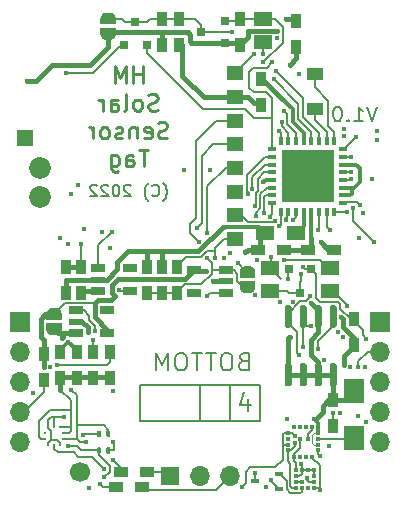
<source format=gbl>
%TF.GenerationSoftware,KiCad,Pcbnew,(5.1.12)-1*%
%TF.CreationDate,2023-02-20T19:38:16+01:00*%
%TF.ProjectId,SolarSensorTagEFM32,536f6c61-7253-4656-9e73-6f7254616745,rev?*%
%TF.SameCoordinates,Original*%
%TF.FileFunction,Copper,L4,Bot*%
%TF.FilePolarity,Positive*%
%FSLAX46Y46*%
G04 Gerber Fmt 4.6, Leading zero omitted, Abs format (unit mm)*
G04 Created by KiCad (PCBNEW (5.1.12)-1) date 2023-02-20 19:38:16*
%MOMM*%
%LPD*%
G01*
G04 APERTURE LIST*
%TA.AperFunction,NonConductor*%
%ADD10C,0.180000*%
%TD*%
%TA.AperFunction,NonConductor*%
%ADD11C,0.200000*%
%TD*%
%TA.AperFunction,NonConductor*%
%ADD12C,0.150000*%
%TD*%
%TA.AperFunction,NonConductor*%
%ADD13C,0.250000*%
%TD*%
%TA.AperFunction,ComponentPad*%
%ADD14C,0.100000*%
%TD*%
%TA.AperFunction,ComponentPad*%
%ADD15C,2.200000*%
%TD*%
%TA.AperFunction,SMDPad,CuDef*%
%ADD16R,0.700000X0.350000*%
%TD*%
%TA.AperFunction,SMDPad,CuDef*%
%ADD17R,0.350000X0.700000*%
%TD*%
%TA.AperFunction,SMDPad,CuDef*%
%ADD18R,1.500000X1.200000*%
%TD*%
%TA.AperFunction,SMDPad,CuDef*%
%ADD19R,0.900000X1.200000*%
%TD*%
%TA.AperFunction,SMDPad,CuDef*%
%ADD20R,1.400000X1.400000*%
%TD*%
%TA.AperFunction,ComponentPad*%
%ADD21C,1.850000*%
%TD*%
%TA.AperFunction,SMDPad,CuDef*%
%ADD22R,1.400000X1.300000*%
%TD*%
%TA.AperFunction,SMDPad,CuDef*%
%ADD23R,1.200000X0.800000*%
%TD*%
%TA.AperFunction,SMDPad,CuDef*%
%ADD24R,1.200000X0.650000*%
%TD*%
%TA.AperFunction,SMDPad,CuDef*%
%ADD25R,1.200000X0.600000*%
%TD*%
%TA.AperFunction,ComponentPad*%
%ADD26R,1.500000X1.500000*%
%TD*%
%TA.AperFunction,ComponentPad*%
%ADD27O,1.700000X1.700000*%
%TD*%
%TA.AperFunction,ComponentPad*%
%ADD28C,1.700000*%
%TD*%
%TA.AperFunction,SMDPad,CuDef*%
%ADD29C,0.100000*%
%TD*%
%TA.AperFunction,SMDPad,CuDef*%
%ADD30R,1.700000X2.000000*%
%TD*%
%TA.AperFunction,SMDPad,CuDef*%
%ADD31R,0.800000X0.800000*%
%TD*%
%TA.AperFunction,ComponentPad*%
%ADD32R,1.700000X1.700000*%
%TD*%
%TA.AperFunction,SMDPad,CuDef*%
%ADD33R,1.200000X0.900000*%
%TD*%
%TA.AperFunction,SMDPad,CuDef*%
%ADD34R,1.500000X1.300000*%
%TD*%
%TA.AperFunction,SMDPad,CuDef*%
%ADD35R,0.250000X0.275000*%
%TD*%
%TA.AperFunction,SMDPad,CuDef*%
%ADD36R,0.275000X0.250000*%
%TD*%
%TA.AperFunction,SMDPad,CuDef*%
%ADD37R,1.400000X1.000000*%
%TD*%
%TA.AperFunction,SMDPad,CuDef*%
%ADD38R,0.450000X0.300000*%
%TD*%
%TA.AperFunction,SMDPad,CuDef*%
%ADD39R,0.300000X0.450000*%
%TD*%
%TA.AperFunction,SMDPad,CuDef*%
%ADD40R,0.700000X0.450000*%
%TD*%
%TA.AperFunction,SMDPad,CuDef*%
%ADD41R,0.350000X0.375000*%
%TD*%
%TA.AperFunction,SMDPad,CuDef*%
%ADD42R,0.375000X0.350000*%
%TD*%
%TA.AperFunction,ViaPad*%
%ADD43C,0.400000*%
%TD*%
%TA.AperFunction,Conductor*%
%ADD44C,0.200000*%
%TD*%
%TA.AperFunction,Conductor*%
%ADD45C,0.400000*%
%TD*%
%TA.AperFunction,Conductor*%
%ADD46C,0.100000*%
%TD*%
%TA.AperFunction,Conductor*%
%ADD47C,0.300000*%
%TD*%
G04 APERTURE END LIST*
D10*
X-3071428Y6405666D02*
X-3023809Y6453285D01*
X-2928571Y6596142D01*
X-2880952Y6691380D01*
X-2833333Y6834238D01*
X-2785714Y7072333D01*
X-2785714Y7262809D01*
X-2833333Y7500904D01*
X-2880952Y7643761D01*
X-2928571Y7739000D01*
X-3023809Y7881857D01*
X-3071428Y7929476D01*
X-4023809Y6881857D02*
X-3976190Y6834238D01*
X-3833333Y6786619D01*
X-3738095Y6786619D01*
X-3595238Y6834238D01*
X-3499999Y6929476D01*
X-3452380Y7024714D01*
X-3404761Y7215190D01*
X-3404761Y7358047D01*
X-3452380Y7548523D01*
X-3499999Y7643761D01*
X-3595238Y7739000D01*
X-3738095Y7786619D01*
X-3833333Y7786619D01*
X-3976190Y7739000D01*
X-4023809Y7691380D01*
X-4357142Y6405666D02*
X-4404761Y6453285D01*
X-4499999Y6596142D01*
X-4547619Y6691380D01*
X-4595238Y6834238D01*
X-4642857Y7072333D01*
X-4642857Y7262809D01*
X-4595238Y7500904D01*
X-4547619Y7643761D01*
X-4499999Y7739000D01*
X-4404761Y7881857D01*
X-4357142Y7929476D01*
X-5833333Y7691380D02*
X-5880952Y7739000D01*
X-5976190Y7786619D01*
X-6214285Y7786619D01*
X-6309523Y7739000D01*
X-6357142Y7691380D01*
X-6404761Y7596142D01*
X-6404761Y7500904D01*
X-6357142Y7358047D01*
X-5785714Y6786619D01*
X-6404761Y6786619D01*
X-7023809Y7786619D02*
X-7119047Y7786619D01*
X-7214285Y7739000D01*
X-7261904Y7691380D01*
X-7309523Y7596142D01*
X-7357142Y7405666D01*
X-7357142Y7167571D01*
X-7309523Y6977095D01*
X-7261904Y6881857D01*
X-7214285Y6834238D01*
X-7119047Y6786619D01*
X-7023809Y6786619D01*
X-6928571Y6834238D01*
X-6880952Y6881857D01*
X-6833333Y6977095D01*
X-6785714Y7167571D01*
X-6785714Y7405666D01*
X-6833333Y7596142D01*
X-6880952Y7691380D01*
X-6928571Y7739000D01*
X-7023809Y7786619D01*
X-7738095Y7691380D02*
X-7785714Y7739000D01*
X-7880952Y7786619D01*
X-8119047Y7786619D01*
X-8214285Y7739000D01*
X-8261904Y7691380D01*
X-8309523Y7596142D01*
X-8309523Y7500904D01*
X-8261904Y7358047D01*
X-7690476Y6786619D01*
X-8309523Y6786619D01*
X-8690476Y7691380D02*
X-8738095Y7739000D01*
X-8833333Y7786619D01*
X-9071428Y7786619D01*
X-9166666Y7739000D01*
X-9214285Y7691380D01*
X-9261904Y7596142D01*
X-9261904Y7500904D01*
X-9214285Y7358047D01*
X-8642857Y6786619D01*
X-9261904Y6786619D01*
D11*
X4135714Y-10378571D02*
X4135714Y-11378571D01*
X3778571Y-9807142D02*
X3421428Y-10878571D01*
X4350000Y-10878571D01*
D12*
X0Y-9144000D02*
X0Y-12192000D01*
X2540000Y-9144000D02*
X2540000Y-12192000D01*
X5080000Y-9144000D02*
X5080000Y-12192000D01*
X-5080000Y-9144000D02*
X5080000Y-9144000D01*
X-5080000Y-12192000D02*
X-5080000Y-9144000D01*
X5080000Y-12192000D02*
X-5080000Y-12192000D01*
D11*
X15011161Y14400523D02*
X14594495Y13150523D01*
X14177828Y14400523D01*
X13106400Y13150523D02*
X13820685Y13150523D01*
X13463542Y13150523D02*
X13463542Y14400523D01*
X13582590Y14221952D01*
X13701638Y14102904D01*
X13820685Y14043380D01*
X12570685Y13269571D02*
X12511161Y13210047D01*
X12570685Y13150523D01*
X12630209Y13210047D01*
X12570685Y13269571D01*
X12570685Y13150523D01*
X11737352Y14400523D02*
X11618304Y14400523D01*
X11499257Y14341000D01*
X11439733Y14281476D01*
X11380209Y14162428D01*
X11320685Y13924333D01*
X11320685Y13626714D01*
X11380209Y13388619D01*
X11439733Y13269571D01*
X11499257Y13210047D01*
X11618304Y13150523D01*
X11737352Y13150523D01*
X11856400Y13210047D01*
X11915923Y13269571D01*
X11975447Y13388619D01*
X12034971Y13626714D01*
X12034971Y13924333D01*
X11975447Y14162428D01*
X11915923Y14281476D01*
X11856400Y14341000D01*
X11737352Y14400523D01*
D13*
X-4800000Y16404466D02*
X-4800000Y17804466D01*
X-4800000Y17137800D02*
X-5600000Y17137800D01*
X-5600000Y16404466D02*
X-5600000Y17804466D01*
X-6266666Y16404466D02*
X-6266666Y17804466D01*
X-6733333Y16804466D01*
X-7200000Y17804466D01*
X-7200000Y16404466D01*
X-3533333Y14121133D02*
X-3733333Y14054466D01*
X-4066666Y14054466D01*
X-4199999Y14121133D01*
X-4266666Y14187800D01*
X-4333333Y14321133D01*
X-4333333Y14454466D01*
X-4266666Y14587800D01*
X-4199999Y14654466D01*
X-4066666Y14721133D01*
X-3799999Y14787800D01*
X-3666666Y14854466D01*
X-3599999Y14921133D01*
X-3533333Y15054466D01*
X-3533333Y15187800D01*
X-3599999Y15321133D01*
X-3666666Y15387800D01*
X-3799999Y15454466D01*
X-4133333Y15454466D01*
X-4333333Y15387800D01*
X-5133333Y14054466D02*
X-4999999Y14121133D01*
X-4933333Y14187800D01*
X-4866666Y14321133D01*
X-4866666Y14721133D01*
X-4933333Y14854466D01*
X-4999999Y14921133D01*
X-5133333Y14987800D01*
X-5333333Y14987800D01*
X-5466666Y14921133D01*
X-5533333Y14854466D01*
X-5599999Y14721133D01*
X-5599999Y14321133D01*
X-5533333Y14187800D01*
X-5466666Y14121133D01*
X-5333333Y14054466D01*
X-5133333Y14054466D01*
X-6399999Y14054466D02*
X-6266666Y14121133D01*
X-6199999Y14254466D01*
X-6199999Y15454466D01*
X-7533333Y14054466D02*
X-7533333Y14787800D01*
X-7466666Y14921133D01*
X-7333333Y14987800D01*
X-7066666Y14987800D01*
X-6933333Y14921133D01*
X-7533333Y14121133D02*
X-7399999Y14054466D01*
X-7066666Y14054466D01*
X-6933333Y14121133D01*
X-6866666Y14254466D01*
X-6866666Y14387800D01*
X-6933333Y14521133D01*
X-7066666Y14587800D01*
X-7399999Y14587800D01*
X-7533333Y14654466D01*
X-8199999Y14054466D02*
X-8199999Y14987800D01*
X-8199999Y14721133D02*
X-8266666Y14854466D01*
X-8333333Y14921133D01*
X-8466666Y14987800D01*
X-8599999Y14987800D01*
X-2733333Y11771133D02*
X-2933333Y11704466D01*
X-3266666Y11704466D01*
X-3399999Y11771133D01*
X-3466666Y11837800D01*
X-3533333Y11971133D01*
X-3533333Y12104466D01*
X-3466666Y12237800D01*
X-3399999Y12304466D01*
X-3266666Y12371133D01*
X-2999999Y12437800D01*
X-2866666Y12504466D01*
X-2799999Y12571133D01*
X-2733333Y12704466D01*
X-2733333Y12837800D01*
X-2799999Y12971133D01*
X-2866666Y13037800D01*
X-2999999Y13104466D01*
X-3333333Y13104466D01*
X-3533333Y13037800D01*
X-4666666Y11771133D02*
X-4533333Y11704466D01*
X-4266666Y11704466D01*
X-4133333Y11771133D01*
X-4066666Y11904466D01*
X-4066666Y12437800D01*
X-4133333Y12571133D01*
X-4266666Y12637800D01*
X-4533333Y12637800D01*
X-4666666Y12571133D01*
X-4733333Y12437800D01*
X-4733333Y12304466D01*
X-4066666Y12171133D01*
X-5333333Y12637800D02*
X-5333333Y11704466D01*
X-5333333Y12504466D02*
X-5399999Y12571133D01*
X-5533333Y12637800D01*
X-5733333Y12637800D01*
X-5866666Y12571133D01*
X-5933333Y12437800D01*
X-5933333Y11704466D01*
X-6533333Y11771133D02*
X-6666666Y11704466D01*
X-6933333Y11704466D01*
X-7066666Y11771133D01*
X-7133333Y11904466D01*
X-7133333Y11971133D01*
X-7066666Y12104466D01*
X-6933333Y12171133D01*
X-6733333Y12171133D01*
X-6599999Y12237800D01*
X-6533333Y12371133D01*
X-6533333Y12437800D01*
X-6599999Y12571133D01*
X-6733333Y12637800D01*
X-6933333Y12637800D01*
X-7066666Y12571133D01*
X-7933333Y11704466D02*
X-7799999Y11771133D01*
X-7733333Y11837800D01*
X-7666666Y11971133D01*
X-7666666Y12371133D01*
X-7733333Y12504466D01*
X-7799999Y12571133D01*
X-7933333Y12637800D01*
X-8133333Y12637800D01*
X-8266666Y12571133D01*
X-8333333Y12504466D01*
X-8400000Y12371133D01*
X-8400000Y11971133D01*
X-8333333Y11837800D01*
X-8266666Y11771133D01*
X-8133333Y11704466D01*
X-7933333Y11704466D01*
X-8999999Y11704466D02*
X-8999999Y12637800D01*
X-8999999Y12371133D02*
X-9066666Y12504466D01*
X-9133333Y12571133D01*
X-9266666Y12637800D01*
X-9399999Y12637800D01*
X-4333333Y10754466D02*
X-5133333Y10754466D01*
X-4733333Y9354466D02*
X-4733333Y10754466D01*
X-6200000Y9354466D02*
X-6200000Y10087800D01*
X-6133333Y10221133D01*
X-6000000Y10287800D01*
X-5733333Y10287800D01*
X-5600000Y10221133D01*
X-6200000Y9421133D02*
X-6066666Y9354466D01*
X-5733333Y9354466D01*
X-5600000Y9421133D01*
X-5533333Y9554466D01*
X-5533333Y9687800D01*
X-5600000Y9821133D01*
X-5733333Y9887800D01*
X-6066666Y9887800D01*
X-6200000Y9954466D01*
X-7466666Y10287800D02*
X-7466666Y9154466D01*
X-7400000Y9021133D01*
X-7333333Y8954466D01*
X-7200000Y8887800D01*
X-7000000Y8887800D01*
X-6866666Y8954466D01*
X-7466666Y9421133D02*
X-7333333Y9354466D01*
X-7066666Y9354466D01*
X-6933333Y9421133D01*
X-6866666Y9487800D01*
X-6800000Y9621133D01*
X-6800000Y10021133D01*
X-6866666Y10154466D01*
X-6933333Y10221133D01*
X-7066666Y10287800D01*
X-7333333Y10287800D01*
X-7466666Y10221133D01*
D11*
X3718285Y-7157257D02*
X3504000Y-7228685D01*
X3432571Y-7300114D01*
X3361142Y-7442971D01*
X3361142Y-7657257D01*
X3432571Y-7800114D01*
X3504000Y-7871542D01*
X3646857Y-7942971D01*
X4218285Y-7942971D01*
X4218285Y-6442971D01*
X3718285Y-6442971D01*
X3575428Y-6514400D01*
X3504000Y-6585828D01*
X3432571Y-6728685D01*
X3432571Y-6871542D01*
X3504000Y-7014400D01*
X3575428Y-7085828D01*
X3718285Y-7157257D01*
X4218285Y-7157257D01*
X2432571Y-6442971D02*
X2146857Y-6442971D01*
X2004000Y-6514400D01*
X1861142Y-6657257D01*
X1789714Y-6942971D01*
X1789714Y-7442971D01*
X1861142Y-7728685D01*
X2004000Y-7871542D01*
X2146857Y-7942971D01*
X2432571Y-7942971D01*
X2575428Y-7871542D01*
X2718285Y-7728685D01*
X2789714Y-7442971D01*
X2789714Y-6942971D01*
X2718285Y-6657257D01*
X2575428Y-6514400D01*
X2432571Y-6442971D01*
X1361142Y-6442971D02*
X504000Y-6442971D01*
X932571Y-7942971D02*
X932571Y-6442971D01*
X218285Y-6442971D02*
X-638857Y-6442971D01*
X-210285Y-7942971D02*
X-210285Y-6442971D01*
X-1424571Y-6442971D02*
X-1710285Y-6442971D01*
X-1853142Y-6514400D01*
X-1995999Y-6657257D01*
X-2067428Y-6942971D01*
X-2067428Y-7442971D01*
X-1995999Y-7728685D01*
X-1853142Y-7871542D01*
X-1710285Y-7942971D01*
X-1424571Y-7942971D01*
X-1281714Y-7871542D01*
X-1138857Y-7728685D01*
X-1067428Y-7442971D01*
X-1067428Y-6942971D01*
X-1138857Y-6657257D01*
X-1281714Y-6514400D01*
X-1424571Y-6442971D01*
X-2710285Y-7942971D02*
X-2710285Y-6442971D01*
X-3210285Y-7514400D01*
X-3710285Y-6442971D01*
X-3710285Y-7942971D01*
%TA.AperFunction,ComponentPad*%
D14*
%TO.P,IC6,33*%
%TO.N,GND*%
G36*
X6944000Y6309000D02*
G01*
X6944000Y10709000D01*
X11344000Y10709000D01*
X11344000Y6309000D01*
X6944000Y6309000D01*
G37*
%TD.AperFunction*%
D15*
X8144000Y7869000D03*
D16*
%TO.P,IC6,32*%
%TO.N,/PWR_ON*%
X6144000Y10784000D03*
%TO.P,IC6,31*%
%TO.N,/VBAT_M_ON*%
X6144000Y10134000D03*
%TO.P,IC6,30*%
%TO.N,/LED_G*%
X6144000Y9484000D03*
%TO.P,IC6,29*%
%TO.N,/LED_R*%
X6144000Y8834000D03*
%TO.P,IC6,28*%
%TO.N,+3V0*%
X6144000Y8184000D03*
%TO.P,IC6,27*%
%TO.N,/~TA~*%
X6144000Y7534000D03*
%TO.P,IC6,26*%
%TO.N,/SWDIO*%
X6144000Y6884000D03*
%TO.P,IC6,25*%
%TO.N,/SWCLK*%
X6144000Y6234000D03*
D17*
%TO.P,IC6,24*%
%TO.N,/SPI_SCK*%
X6869000Y5509000D03*
%TO.P,IC6,23*%
%TO.N,/~SPI_SS~*%
X7519000Y5509000D03*
%TO.P,IC6,22*%
%TO.N,/SPI_PWR*%
X8169000Y5509000D03*
%TO.P,IC6,21*%
%TO.N,/DECOUPLE*%
X8819000Y5509000D03*
%TO.P,IC6,20*%
%TO.N,+3V0*%
X9469000Y5509000D03*
%TO.P,IC6,19*%
%TO.N,/SPI_MOSI*%
X10119000Y5509000D03*
%TO.P,IC6,18*%
%TO.N,/SPI_MISO*%
X10769000Y5509000D03*
%TO.P,IC6,17*%
%TO.N,/VBAT_M*%
X11419000Y5509000D03*
D16*
%TO.P,IC6,16*%
%TO.N,/ADC0*%
X12144000Y6234000D03*
%TO.P,IC6,15*%
%TO.N,+3V0*%
X12144000Y6884000D03*
%TO.P,IC6,14*%
X12144000Y7534000D03*
%TO.P,IC6,13*%
%TO.N,/X2*%
X12144000Y8184000D03*
%TO.P,IC6,12*%
%TO.N,/X1*%
X12144000Y8834000D03*
%TO.P,IC6,11*%
%TO.N,+3V0*%
X12144000Y9484000D03*
%TO.P,IC6,10*%
%TO.N,/PB0*%
X12144000Y10134000D03*
%TO.P,IC6,9*%
%TO.N,/~RESET~*%
X12144000Y10784000D03*
D17*
%TO.P,IC6,8*%
%TO.N,/LX2*%
X11419000Y11509000D03*
%TO.P,IC6,7*%
%TO.N,/LX1*%
X10769000Y11509000D03*
%TO.P,IC6,6*%
%TO.N,/I2C_SCL*%
X10119000Y11509000D03*
%TO.P,IC6,5*%
%TO.N,/I2C_SDA*%
X9469000Y11509000D03*
%TO.P,IC6,4*%
%TO.N,+3V0*%
X8819000Y11509000D03*
%TO.P,IC6,3*%
%TO.N,/I2C_PWR*%
X8169000Y11509000D03*
%TO.P,IC6,2*%
%TO.N,/~INT1~*%
X7519000Y11509000D03*
%TO.P,IC6,1*%
%TO.N,/~INT0~*%
X6869000Y11509000D03*
%TD*%
D18*
%TO.P,D6,1*%
%TO.N,/ADC0*%
X5334000Y19878000D03*
%TO.P,D6,2*%
%TO.N,/~PWR_ON~*%
X5334000Y21778000D03*
%TD*%
D19*
%TO.P,C13,1*%
%TO.N,/VBAT*%
X8191500Y21610500D03*
%TO.P,C13,2*%
%TO.N,GND*%
X8191500Y19410500D03*
%TD*%
D20*
%TO.P,TRX1,11*%
%TO.N,N/C*%
X-14800000Y11700000D03*
D21*
%TO.P,TRX1,10*%
X-13500000Y9200000D03*
%TO.P,TRX1,9*%
X-13500000Y6700000D03*
D22*
%TO.P,TRX1,8*%
%TO.N,/SPI_SS*%
X3000000Y3200000D03*
%TO.P,TRX1,7*%
%TO.N,/~INT1~*%
X3000000Y5200000D03*
%TO.P,TRX1,6*%
%TO.N,N/C*%
X3000000Y7200000D03*
%TO.P,TRX1,5*%
%TO.N,/SPI_MISO*%
X3000000Y9200000D03*
%TO.P,TRX1,4*%
%TO.N,/SPI_SCK*%
X3000000Y11200000D03*
%TO.P,TRX1,3*%
%TO.N,/SPI_MOSI*%
X3000000Y13200000D03*
%TO.P,TRX1,2*%
%TO.N,GND*%
X3000000Y15200000D03*
%TO.P,TRX1,1*%
%TO.N,/VSPI*%
X3000000Y17200000D03*
%TD*%
D19*
%TO.P,C12,1*%
%TO.N,+3V0*%
X5207000Y16721000D03*
%TO.P,C12,2*%
%TO.N,GND*%
X5207000Y14521000D03*
%TD*%
%TO.P,IC_S3,4*%
%TO.N,GND*%
%TA.AperFunction,SMDPad,CuDef*%
G36*
G01*
X-8615500Y-14445800D02*
X-8440500Y-14445800D01*
G75*
G02*
X-8353000Y-14533300I0J-87500D01*
G01*
X-8353000Y-14908300D01*
G75*
G02*
X-8440500Y-14995800I-87500J0D01*
G01*
X-8615500Y-14995800D01*
G75*
G02*
X-8703000Y-14908300I0J87500D01*
G01*
X-8703000Y-14533300D01*
G75*
G02*
X-8615500Y-14445800I87500J0D01*
G01*
G37*
%TD.AperFunction*%
%TO.P,IC_S3,3*%
%TO.N,/VI2C*%
%TA.AperFunction,SMDPad,CuDef*%
G36*
G01*
X-7815500Y-14445800D02*
X-7640500Y-14445800D01*
G75*
G02*
X-7553000Y-14533300I0J-87500D01*
G01*
X-7553000Y-14908300D01*
G75*
G02*
X-7640500Y-14995800I-87500J0D01*
G01*
X-7815500Y-14995800D01*
G75*
G02*
X-7903000Y-14908300I0J87500D01*
G01*
X-7903000Y-14533300D01*
G75*
G02*
X-7815500Y-14445800I87500J0D01*
G01*
G37*
%TD.AperFunction*%
%TO.P,IC_S3,2*%
%TO.N,/I2C_SCL*%
%TA.AperFunction,SMDPad,CuDef*%
G36*
G01*
X-7815500Y-13045800D02*
X-7640500Y-13045800D01*
G75*
G02*
X-7553000Y-13133300I0J-87500D01*
G01*
X-7553000Y-13508300D01*
G75*
G02*
X-7640500Y-13595800I-87500J0D01*
G01*
X-7815500Y-13595800D01*
G75*
G02*
X-7903000Y-13508300I0J87500D01*
G01*
X-7903000Y-13133300D01*
G75*
G02*
X-7815500Y-13045800I87500J0D01*
G01*
G37*
%TD.AperFunction*%
%TO.P,IC_S3,1*%
%TO.N,/I2C_SDA*%
%TA.AperFunction,SMDPad,CuDef*%
G36*
G01*
X-8615500Y-13045800D02*
X-8440500Y-13045800D01*
G75*
G02*
X-8353000Y-13133300I0J-87500D01*
G01*
X-8353000Y-13508300D01*
G75*
G02*
X-8440500Y-13595800I-87500J0D01*
G01*
X-8615500Y-13595800D01*
G75*
G02*
X-8703000Y-13508300I0J87500D01*
G01*
X-8703000Y-13133300D01*
G75*
G02*
X-8615500Y-13045800I87500J0D01*
G01*
G37*
%TD.AperFunction*%
%TD*%
D23*
%TO.P,IC4,5*%
%TO.N,/VBAT*%
X-5889000Y-1204000D03*
%TO.P,IC4,4*%
%TO.N,N/C*%
X-5889000Y696000D03*
D24*
%TO.P,IC4,3*%
%TO.N,/VBAT_M_ON*%
X-8589000Y696000D03*
D25*
%TO.P,IC4,2*%
%TO.N,GND*%
X-8589000Y-254000D03*
D24*
%TO.P,IC4,1*%
%TO.N,Net-(IC4-Pad1)*%
X-8589000Y-1204000D03*
%TD*%
D26*
%TO.P,D4,1*%
%TO.N,/DLED_R*%
X-2540000Y-16891000D03*
D27*
%TO.P,D4,2*%
%TO.N,GND*%
X0Y-16891000D03*
%TO.P,D4,3*%
%TO.N,/DLED_G*%
X2540000Y-16891000D03*
%TD*%
D28*
%TO.P,J2,1*%
%TO.N,/~TA~*%
X-10160000Y-16510000D03*
%TD*%
%TA.AperFunction,SMDPad,CuDef*%
D29*
%TO.P,JP1,2*%
%TO.N,/VI2C*%
G36*
X-11669602Y-4460000D02*
G01*
X-11669602Y-4484534D01*
X-11674412Y-4533365D01*
X-11683984Y-4581490D01*
X-11698228Y-4628445D01*
X-11717005Y-4673778D01*
X-11740136Y-4717051D01*
X-11767396Y-4757850D01*
X-11798524Y-4795779D01*
X-11833221Y-4830476D01*
X-11871150Y-4861604D01*
X-11911949Y-4888864D01*
X-11955222Y-4911995D01*
X-12000555Y-4930772D01*
X-12047510Y-4945016D01*
X-12095635Y-4954588D01*
X-12119000Y-4956890D01*
X-12119000Y-4960000D01*
X-12519000Y-4960000D01*
X-12519000Y-4956890D01*
X-12542365Y-4954588D01*
X-12590490Y-4945016D01*
X-12637445Y-4930772D01*
X-12682778Y-4911995D01*
X-12726051Y-4888864D01*
X-12766850Y-4861604D01*
X-12804779Y-4830476D01*
X-12839476Y-4795779D01*
X-12870604Y-4757850D01*
X-12897864Y-4717051D01*
X-12920995Y-4673778D01*
X-12939772Y-4628445D01*
X-12954016Y-4581490D01*
X-12963588Y-4533365D01*
X-12968398Y-4484534D01*
X-12968398Y-4460000D01*
X-12969000Y-4460000D01*
X-12969000Y-3960000D01*
X-11669000Y-3960000D01*
X-11669000Y-4460000D01*
X-11669602Y-4460000D01*
G37*
%TD.AperFunction*%
%TA.AperFunction,SMDPad,CuDef*%
%TO.P,JP1,1*%
%TO.N,+3V0*%
G36*
X-12969000Y-3660000D02*
G01*
X-12969000Y-3160000D01*
X-12968398Y-3160000D01*
X-12968398Y-3135466D01*
X-12963588Y-3086635D01*
X-12954016Y-3038510D01*
X-12939772Y-2991555D01*
X-12920995Y-2946222D01*
X-12897864Y-2902949D01*
X-12870604Y-2862150D01*
X-12839476Y-2824221D01*
X-12804779Y-2789524D01*
X-12766850Y-2758396D01*
X-12726051Y-2731136D01*
X-12682778Y-2708005D01*
X-12637445Y-2689228D01*
X-12590490Y-2674984D01*
X-12542365Y-2665412D01*
X-12519000Y-2663110D01*
X-12519000Y-2660000D01*
X-12119000Y-2660000D01*
X-12119000Y-2663110D01*
X-12095635Y-2665412D01*
X-12047510Y-2674984D01*
X-12000555Y-2689228D01*
X-11955222Y-2708005D01*
X-11911949Y-2731136D01*
X-11871150Y-2758396D01*
X-11833221Y-2789524D01*
X-11798524Y-2824221D01*
X-11767396Y-2862150D01*
X-11740136Y-2902949D01*
X-11717005Y-2946222D01*
X-11698228Y-2991555D01*
X-11683984Y-3038510D01*
X-11674412Y-3086635D01*
X-11669602Y-3135466D01*
X-11669602Y-3160000D01*
X-11669000Y-3160000D01*
X-11669000Y-3660000D01*
X-12969000Y-3660000D01*
G37*
%TD.AperFunction*%
%TD*%
%TA.AperFunction,SMDPad,CuDef*%
%TO.P,JP3,2*%
%TO.N,+3V0*%
G36*
X3414602Y396000D02*
G01*
X3414602Y420534D01*
X3419412Y469365D01*
X3428984Y517490D01*
X3443228Y564445D01*
X3462005Y609778D01*
X3485136Y653051D01*
X3512396Y693850D01*
X3543524Y731779D01*
X3578221Y766476D01*
X3616150Y797604D01*
X3656949Y824864D01*
X3700222Y847995D01*
X3745555Y866772D01*
X3792510Y881016D01*
X3840635Y890588D01*
X3864000Y892890D01*
X3864000Y896000D01*
X4264000Y896000D01*
X4264000Y892890D01*
X4287365Y890588D01*
X4335490Y881016D01*
X4382445Y866772D01*
X4427778Y847995D01*
X4471051Y824864D01*
X4511850Y797604D01*
X4549779Y766476D01*
X4584476Y731779D01*
X4615604Y693850D01*
X4642864Y653051D01*
X4665995Y609778D01*
X4684772Y564445D01*
X4699016Y517490D01*
X4708588Y469365D01*
X4713398Y420534D01*
X4713398Y396000D01*
X4714000Y396000D01*
X4714000Y-104000D01*
X3414000Y-104000D01*
X3414000Y396000D01*
X3414602Y396000D01*
G37*
%TD.AperFunction*%
%TA.AperFunction,SMDPad,CuDef*%
%TO.P,JP3,1*%
%TO.N,/VSPI*%
G36*
X4714000Y-404000D02*
G01*
X4714000Y-904000D01*
X4713398Y-904000D01*
X4713398Y-928534D01*
X4708588Y-977365D01*
X4699016Y-1025490D01*
X4684772Y-1072445D01*
X4665995Y-1117778D01*
X4642864Y-1161051D01*
X4615604Y-1201850D01*
X4584476Y-1239779D01*
X4549779Y-1274476D01*
X4511850Y-1305604D01*
X4471051Y-1332864D01*
X4427778Y-1355995D01*
X4382445Y-1374772D01*
X4335490Y-1389016D01*
X4287365Y-1398588D01*
X4264000Y-1400890D01*
X4264000Y-1404000D01*
X3864000Y-1404000D01*
X3864000Y-1400890D01*
X3840635Y-1398588D01*
X3792510Y-1389016D01*
X3745555Y-1374772D01*
X3700222Y-1355995D01*
X3656949Y-1332864D01*
X3616150Y-1305604D01*
X3578221Y-1274476D01*
X3543524Y-1239779D01*
X3512396Y-1201850D01*
X3485136Y-1161051D01*
X3462005Y-1117778D01*
X3443228Y-1072445D01*
X3428984Y-1025490D01*
X3419412Y-977365D01*
X3414602Y-928534D01*
X3414602Y-904000D01*
X3414000Y-904000D01*
X3414000Y-404000D01*
X4714000Y-404000D01*
G37*
%TD.AperFunction*%
%TD*%
%TA.AperFunction,SMDPad,CuDef*%
%TO.P,JP2,2*%
%TO.N,Net-(C3-Pad2)*%
G36*
X-8396398Y21850000D02*
G01*
X-8396398Y21874534D01*
X-8391588Y21923365D01*
X-8382016Y21971490D01*
X-8367772Y22018445D01*
X-8348995Y22063778D01*
X-8325864Y22107051D01*
X-8298604Y22147850D01*
X-8267476Y22185779D01*
X-8232779Y22220476D01*
X-8194850Y22251604D01*
X-8154051Y22278864D01*
X-8110778Y22301995D01*
X-8065445Y22320772D01*
X-8018490Y22335016D01*
X-7970365Y22344588D01*
X-7947000Y22346890D01*
X-7947000Y22350000D01*
X-7547000Y22350000D01*
X-7547000Y22346890D01*
X-7523635Y22344588D01*
X-7475510Y22335016D01*
X-7428555Y22320772D01*
X-7383222Y22301995D01*
X-7339949Y22278864D01*
X-7299150Y22251604D01*
X-7261221Y22220476D01*
X-7226524Y22185779D01*
X-7195396Y22147850D01*
X-7168136Y22107051D01*
X-7145005Y22063778D01*
X-7126228Y22018445D01*
X-7111984Y21971490D01*
X-7102412Y21923365D01*
X-7097602Y21874534D01*
X-7097602Y21850000D01*
X-7097000Y21850000D01*
X-7097000Y21350000D01*
X-8397000Y21350000D01*
X-8397000Y21850000D01*
X-8396398Y21850000D01*
G37*
%TD.AperFunction*%
%TA.AperFunction,SMDPad,CuDef*%
%TO.P,JP2,1*%
%TO.N,/VBAT*%
G36*
X-7097000Y21050000D02*
G01*
X-7097000Y20550000D01*
X-7097602Y20550000D01*
X-7097602Y20525466D01*
X-7102412Y20476635D01*
X-7111984Y20428510D01*
X-7126228Y20381555D01*
X-7145005Y20336222D01*
X-7168136Y20292949D01*
X-7195396Y20252150D01*
X-7226524Y20214221D01*
X-7261221Y20179524D01*
X-7299150Y20148396D01*
X-7339949Y20121136D01*
X-7383222Y20098005D01*
X-7428555Y20079228D01*
X-7475510Y20064984D01*
X-7523635Y20055412D01*
X-7547000Y20053110D01*
X-7547000Y20050000D01*
X-7947000Y20050000D01*
X-7947000Y20053110D01*
X-7970365Y20055412D01*
X-8018490Y20064984D01*
X-8065445Y20079228D01*
X-8110778Y20098005D01*
X-8154051Y20121136D01*
X-8194850Y20148396D01*
X-8232779Y20179524D01*
X-8267476Y20214221D01*
X-8298604Y20252150D01*
X-8325864Y20292949D01*
X-8348995Y20336222D01*
X-8367772Y20381555D01*
X-8382016Y20428510D01*
X-8391588Y20476635D01*
X-8396398Y20525466D01*
X-8396398Y20550000D01*
X-8397000Y20550000D01*
X-8397000Y21050000D01*
X-7097000Y21050000D01*
G37*
%TD.AperFunction*%
%TD*%
D30*
%TO.P,C_S61_2,1*%
%TO.N,GND*%
X13055600Y-9684000D03*
%TO.P,C_S61_2,2*%
%TO.N,Net-(C_S61_2-Pad2)*%
X13055600Y-13684000D03*
%TD*%
D31*
%TO.P,Q1,3*%
%TO.N,Net-(C3-Pad2)*%
X117600Y20701000D03*
%TO.P,Q1,2*%
%TO.N,/VBAT*%
X2117600Y19751000D03*
%TO.P,Q1,1*%
%TO.N,/~PWR_ON~*%
X2117600Y21651000D03*
%TD*%
%TO.P,D2,3*%
%TO.N,/TA1*%
X8509000Y-1381000D03*
%TO.P,D2,2*%
%TO.N,/~INT0~*%
X9459000Y619000D03*
%TO.P,D2,1*%
%TO.N,Net-(D2-Pad1)*%
X7559000Y619000D03*
%TD*%
%TO.P,D3,3*%
%TO.N,Net-(C3-Pad2)*%
X-5435600Y21574000D03*
%TO.P,D3,2*%
%TO.N,/PWR_ON_EXT*%
X-6385600Y19574000D03*
%TO.P,D3,1*%
%TO.N,/PWR_ON*%
X-4485600Y19574000D03*
%TD*%
D32*
%TO.P,J1,1*%
%TO.N,+3V0*%
X-15240000Y-3810000D03*
D27*
%TO.P,J1,2*%
%TO.N,/SWDIO*%
X-15240000Y-6350000D03*
%TO.P,J1,3*%
%TO.N,/SWCLK*%
X-15240000Y-8890000D03*
%TO.P,J1,4*%
%TO.N,/~RESET~*%
X-15240000Y-11430000D03*
%TO.P,J1,5*%
%TO.N,GND*%
X-15240000Y-13970000D03*
%TD*%
D32*
%TO.P,J5,1*%
%TO.N,/VSPI*%
X15240000Y-3810000D03*
D27*
%TO.P,J5,2*%
%TO.N,/SPI_MISO*%
X15240000Y-6350000D03*
%TO.P,J5,3*%
%TO.N,/SPI_SCK*%
X15240000Y-8890000D03*
%TO.P,J5,4*%
%TO.N,/SPI_MOSI*%
X15240000Y-11430000D03*
%TO.P,J5,5*%
%TO.N,/~SPI_SS~*%
X15240000Y-13970000D03*
%TD*%
D19*
%TO.P,R14,1*%
%TO.N,/SPI_SS*%
X-1905000Y846000D03*
%TO.P,R14,2*%
%TO.N,/VSPI*%
X-1905000Y-1354000D03*
%TD*%
%TO.P,R5,1*%
%TO.N,/I2C_SDA*%
X-7620000Y-6367600D03*
%TO.P,R5,2*%
%TO.N,/VI2C*%
X-7620000Y-8567600D03*
%TD*%
%TO.P,R4,1*%
%TO.N,/I2C_SCL*%
X-9017000Y-6367600D03*
%TO.P,R4,2*%
%TO.N,/VI2C*%
X-9017000Y-8567600D03*
%TD*%
%TO.P,R9,1*%
%TO.N,GND*%
X-1727200Y19601000D03*
%TO.P,R9,2*%
%TO.N,Net-(C3-Pad2)*%
X-1727200Y21801000D03*
%TD*%
%TO.P,R8,1*%
%TO.N,/~PWR_ON~*%
X3454400Y21801000D03*
%TO.P,R8,2*%
%TO.N,/VBAT*%
X3454400Y19601000D03*
%TD*%
%TO.P,R7,1*%
%TO.N,GND*%
X-11303000Y-1354000D03*
%TO.P,R7,2*%
%TO.N,/VBAT_M*%
X-11303000Y846000D03*
%TD*%
%TO.P,R6,1*%
%TO.N,Net-(IC4-Pad1)*%
X-10033000Y-1354000D03*
%TO.P,R6,2*%
%TO.N,/VBAT_M*%
X-10033000Y846000D03*
%TD*%
D33*
%TO.P,R12,1*%
%TO.N,/DLED_G*%
X-4869000Y-17780000D03*
%TO.P,R12,2*%
%TO.N,/LED_G*%
X-7069000Y-17780000D03*
%TD*%
%TO.P,R11,1*%
%TO.N,/DLED_R*%
X-4488000Y-16510000D03*
%TO.P,R11,2*%
%TO.N,/LED_R*%
X-6688000Y-16510000D03*
%TD*%
D19*
%TO.P,R10,1*%
%TO.N,+3V0*%
X13081000Y-5799000D03*
%TO.P,R10,2*%
%TO.N,/~INT0~*%
X13081000Y-3599000D03*
%TD*%
%TO.P,R13,1*%
%TO.N,+3V0*%
X-13208000Y-6570800D03*
%TO.P,R13,2*%
%TO.N,/~RESET~*%
X-13208000Y-8770800D03*
%TD*%
%TO.P,C_S8,1*%
%TO.N,GND*%
X11303000Y-10457000D03*
%TO.P,C_S8,2*%
%TO.N,Net-(C_S8-Pad2)*%
X11303000Y-12657000D03*
%TD*%
%TO.P,C11,1*%
%TO.N,GND*%
X-3175000Y846000D03*
%TO.P,C11,2*%
%TO.N,/VSPI*%
X-3175000Y-1354000D03*
%TD*%
%TO.P,C10,1*%
%TO.N,GND*%
X-4445000Y846000D03*
%TO.P,C10,2*%
%TO.N,/VSPI*%
X-4445000Y-1354000D03*
%TD*%
%TO.P,C2,1*%
%TO.N,GND*%
X-11811000Y-6367600D03*
%TO.P,C2,2*%
%TO.N,/VI2C*%
X-11811000Y-8567600D03*
%TD*%
%TO.P,C1,1*%
%TO.N,GND*%
X-10414000Y-6367600D03*
%TO.P,C1,2*%
%TO.N,/VI2C*%
X-10414000Y-8567600D03*
%TD*%
D33*
%TO.P,C6,1*%
%TO.N,+3V0*%
X9187000Y2286000D03*
%TO.P,C6,2*%
%TO.N,GND*%
X11387000Y2286000D03*
%TD*%
%TO.P,C5,1*%
%TO.N,+3V0*%
X7132500Y2286000D03*
%TO.P,C5,2*%
%TO.N,GND*%
X4932500Y2286000D03*
%TD*%
D19*
%TO.P,C3,1*%
%TO.N,/VBAT*%
X-3149600Y19601000D03*
%TO.P,C3,2*%
%TO.N,Net-(C3-Pad2)*%
X-3149600Y21801000D03*
%TD*%
D34*
%TO.P,C7,1*%
%TO.N,/DECOUPLE*%
X8208000Y3708400D03*
%TO.P,C7,2*%
%TO.N,GND*%
X5508000Y3708400D03*
%TD*%
D35*
%TO.P,IC_S5,9*%
%TO.N,GND*%
X-12319000Y-12700000D03*
%TO.P,IC_S5,8*%
X-12819000Y-12700000D03*
D36*
%TO.P,IC_S5,7*%
%TO.N,N/C*%
X-13081500Y-13208000D03*
%TO.P,IC_S5,6*%
%TO.N,/VI2C*%
X-13081500Y-13712000D03*
D35*
%TO.P,IC_S5,5*%
%TO.N,GND*%
X-12819000Y-14224000D03*
%TO.P,IC_S5,4*%
%TO.N,/I2C_SDA*%
X-12319000Y-14224000D03*
%TO.P,IC_S5,3*%
%TO.N,GND*%
X-11819000Y-14224500D03*
D36*
%TO.P,IC_S5,2*%
%TO.N,/I2C_SCL*%
X-11556500Y-13712000D03*
D35*
%TO.P,IC_S5,10*%
%TO.N,/VI2C*%
X-11819000Y-12699500D03*
D36*
%TO.P,IC_S5,1*%
X-11556500Y-13212000D03*
%TD*%
D23*
%TO.P,IC7,5*%
%TO.N,+3V0*%
X-461000Y543600D03*
%TO.P,IC7,4*%
%TO.N,N/C*%
X-461000Y-1356400D03*
D24*
%TO.P,IC7,3*%
%TO.N,/SPI_PWR*%
X2239000Y-1356400D03*
D25*
%TO.P,IC7,2*%
%TO.N,GND*%
X2239000Y-406400D03*
D24*
%TO.P,IC7,1*%
%TO.N,/VSPI*%
X2239000Y543600D03*
%TD*%
D23*
%TO.P,IC2,5*%
%TO.N,+3V0*%
X-7794000Y-4760000D03*
%TO.P,IC2,4*%
%TO.N,N/C*%
X-7794000Y-2860000D03*
D24*
%TO.P,IC2,3*%
%TO.N,/I2C_PWR*%
X-10494000Y-2860000D03*
D25*
%TO.P,IC2,2*%
%TO.N,GND*%
X-10494000Y-3810000D03*
D24*
%TO.P,IC2,1*%
%TO.N,/VI2C*%
X-10494000Y-4760000D03*
%TD*%
D37*
%TO.P,Y1,1*%
%TO.N,/LX2*%
X9753600Y17197200D03*
%TO.P,Y1,2*%
%TO.N,/LX1*%
X9753600Y14197200D03*
%TD*%
D18*
%TO.P,D5,1*%
%TO.N,/~SPI_SS~*%
X11049000Y696000D03*
%TO.P,D5,2*%
%TO.N,/SPI_SS*%
X11049000Y-1204000D03*
%TD*%
%TO.P,D1,1*%
%TO.N,/TA1*%
X5969000Y-1204000D03*
%TO.P,D1,2*%
%TO.N,/~PWR_ON~*%
X5969000Y696000D03*
%TD*%
D38*
%TO.P,IC_S6,10*%
%TO.N,Net-(C_S61_2-Pad2)*%
X10038000Y-13720000D03*
%TO.P,IC_S6,11*%
%TO.N,GND*%
X10038000Y-14220000D03*
%TO.P,IC_S6,12*%
%TO.N,Net-(C_S6_1-Pad1)*%
X10038000Y-14720000D03*
%TO.P,IC_S6,9*%
%TO.N,GND*%
X10038000Y-13220000D03*
D39*
%TO.P,IC_S6,5*%
%TO.N,N/C*%
X8013000Y-12695000D03*
%TO.P,IC_S6,7*%
X9013000Y-12695000D03*
%TO.P,IC_S6,6*%
X8513000Y-12695000D03*
%TO.P,IC_S6,8*%
%TO.N,Net-(C_S6_1-Pad2)*%
X9513000Y-12695000D03*
D38*
%TO.P,IC_S6,4*%
%TO.N,/VI2C*%
X7488000Y-13220000D03*
%TO.P,IC_S6,3*%
%TO.N,N/C*%
X7488000Y-13720000D03*
%TO.P,IC_S6,2*%
%TO.N,/VI2C*%
X7488000Y-14220000D03*
%TO.P,IC_S6,1*%
%TO.N,/I2C_SCL*%
X7488000Y-14720000D03*
D39*
%TO.P,IC_S6,14*%
%TO.N,N/C*%
X9013000Y-15245000D03*
%TO.P,IC_S6,15*%
X8513000Y-15245000D03*
%TO.P,IC_S6,16*%
%TO.N,/I2C_SDA*%
X8013000Y-15245000D03*
%TO.P,IC_S6,13*%
%TO.N,/VI2C*%
X9513000Y-15245000D03*
%TD*%
D40*
%TO.P,D_S78,3*%
%TO.N,/~INT0~*%
X4715000Y-17322800D03*
%TO.P,D_S78,2*%
%TO.N,Net-(D_S78-Pad2)*%
X6715000Y-17972800D03*
%TO.P,D_S78,1*%
%TO.N,Net-(D_S78-Pad1)*%
X6715000Y-16672800D03*
%TD*%
D41*
%TO.P,IC_S7,12*%
%TO.N,Net-(D_S78-Pad1)*%
X8640000Y-17907500D03*
%TO.P,IC_S7,11*%
%TO.N,N/C*%
X9140000Y-17907500D03*
%TO.P,IC_S7,6*%
%TO.N,GND*%
X9140000Y-16382500D03*
%TO.P,IC_S7,5*%
X8640000Y-16382500D03*
D42*
%TO.P,IC_S7,10*%
%TO.N,/VI2C*%
X9652500Y-17895000D03*
%TO.P,IC_S7,1*%
%TO.N,/I2C_SCL*%
X8127500Y-17895000D03*
%TO.P,IC_S7,7*%
%TO.N,GND*%
X9652500Y-16395000D03*
%TO.P,IC_S7,4*%
%TO.N,/I2C_SDA*%
X8127500Y-16395000D03*
%TO.P,IC_S7,8*%
%TO.N,GND*%
X9652500Y-16895000D03*
%TO.P,IC_S7,9*%
%TO.N,+3V0*%
X9652500Y-17395000D03*
%TO.P,IC_S7,3*%
%TO.N,GND*%
X8127500Y-16895000D03*
%TO.P,IC_S7,2*%
%TO.N,/VI2C*%
X8127500Y-17395000D03*
%TD*%
%TO.P,IC3,8*%
%TO.N,/VI2C*%
%TA.AperFunction,SMDPad,CuDef*%
G36*
G01*
X11453000Y-4342000D02*
X11153000Y-4342000D01*
G75*
G02*
X11003000Y-4192000I0J150000D01*
G01*
X11003000Y-2542000D01*
G75*
G02*
X11153000Y-2392000I150000J0D01*
G01*
X11453000Y-2392000D01*
G75*
G02*
X11603000Y-2542000I0J-150000D01*
G01*
X11603000Y-4192000D01*
G75*
G02*
X11453000Y-4342000I-150000J0D01*
G01*
G37*
%TD.AperFunction*%
%TO.P,IC3,7*%
%TO.N,GND*%
%TA.AperFunction,SMDPad,CuDef*%
G36*
G01*
X10183000Y-4342000D02*
X9883000Y-4342000D01*
G75*
G02*
X9733000Y-4192000I0J150000D01*
G01*
X9733000Y-2542000D01*
G75*
G02*
X9883000Y-2392000I150000J0D01*
G01*
X10183000Y-2392000D01*
G75*
G02*
X10333000Y-2542000I0J-150000D01*
G01*
X10333000Y-4192000D01*
G75*
G02*
X10183000Y-4342000I-150000J0D01*
G01*
G37*
%TD.AperFunction*%
%TO.P,IC3,6*%
%TO.N,/I2C_SCL*%
%TA.AperFunction,SMDPad,CuDef*%
G36*
G01*
X8913000Y-4342000D02*
X8613000Y-4342000D01*
G75*
G02*
X8463000Y-4192000I0J150000D01*
G01*
X8463000Y-2542000D01*
G75*
G02*
X8613000Y-2392000I150000J0D01*
G01*
X8913000Y-2392000D01*
G75*
G02*
X9063000Y-2542000I0J-150000D01*
G01*
X9063000Y-4192000D01*
G75*
G02*
X8913000Y-4342000I-150000J0D01*
G01*
G37*
%TD.AperFunction*%
%TO.P,IC3,5*%
%TO.N,/I2C_SDA*%
%TA.AperFunction,SMDPad,CuDef*%
G36*
G01*
X7643000Y-4342000D02*
X7343000Y-4342000D01*
G75*
G02*
X7193000Y-4192000I0J150000D01*
G01*
X7193000Y-2542000D01*
G75*
G02*
X7343000Y-2392000I150000J0D01*
G01*
X7643000Y-2392000D01*
G75*
G02*
X7793000Y-2542000I0J-150000D01*
G01*
X7793000Y-4192000D01*
G75*
G02*
X7643000Y-4342000I-150000J0D01*
G01*
G37*
%TD.AperFunction*%
%TO.P,IC3,4*%
%TO.N,GND*%
%TA.AperFunction,SMDPad,CuDef*%
G36*
G01*
X7643000Y-9292000D02*
X7343000Y-9292000D01*
G75*
G02*
X7193000Y-9142000I0J150000D01*
G01*
X7193000Y-7492000D01*
G75*
G02*
X7343000Y-7342000I150000J0D01*
G01*
X7643000Y-7342000D01*
G75*
G02*
X7793000Y-7492000I0J-150000D01*
G01*
X7793000Y-9142000D01*
G75*
G02*
X7643000Y-9292000I-150000J0D01*
G01*
G37*
%TD.AperFunction*%
%TO.P,IC3,3*%
%TA.AperFunction,SMDPad,CuDef*%
G36*
G01*
X8913000Y-9292000D02*
X8613000Y-9292000D01*
G75*
G02*
X8463000Y-9142000I0J150000D01*
G01*
X8463000Y-7492000D01*
G75*
G02*
X8613000Y-7342000I150000J0D01*
G01*
X8913000Y-7342000D01*
G75*
G02*
X9063000Y-7492000I0J-150000D01*
G01*
X9063000Y-9142000D01*
G75*
G02*
X8913000Y-9292000I-150000J0D01*
G01*
G37*
%TD.AperFunction*%
%TO.P,IC3,2*%
%TA.AperFunction,SMDPad,CuDef*%
G36*
G01*
X10183000Y-9292000D02*
X9883000Y-9292000D01*
G75*
G02*
X9733000Y-9142000I0J150000D01*
G01*
X9733000Y-7492000D01*
G75*
G02*
X9883000Y-7342000I150000J0D01*
G01*
X10183000Y-7342000D01*
G75*
G02*
X10333000Y-7492000I0J-150000D01*
G01*
X10333000Y-9142000D01*
G75*
G02*
X10183000Y-9292000I-150000J0D01*
G01*
G37*
%TD.AperFunction*%
%TO.P,IC3,1*%
%TA.AperFunction,SMDPad,CuDef*%
G36*
G01*
X11453000Y-9292000D02*
X11153000Y-9292000D01*
G75*
G02*
X11003000Y-9142000I0J150000D01*
G01*
X11003000Y-7492000D01*
G75*
G02*
X11153000Y-7342000I150000J0D01*
G01*
X11453000Y-7342000D01*
G75*
G02*
X11603000Y-7492000I0J-150000D01*
G01*
X11603000Y-9142000D01*
G75*
G02*
X11453000Y-9292000I-150000J0D01*
G01*
G37*
%TD.AperFunction*%
%TD*%
D43*
%TO.N,/I2C_SCL*%
X-12649200Y-7620000D03*
X-10287000Y7747000D03*
X-8991600Y-5384800D03*
X8788400Y-5994400D03*
X8077200Y-14071606D03*
X-9635999Y-13970002D03*
X6477000Y17399000D03*
X9398000Y-4165600D03*
X-10871200Y-9601200D03*
%TO.N,/I2C_SDA*%
X-12090400Y-7467600D03*
X-10922000Y6985000D03*
X9347200Y-1625606D03*
X-9855200Y-13411200D03*
X8494211Y-13720946D03*
X8432800Y-6654800D03*
X-8128000Y-16256000D03*
X6286500Y16700500D03*
%TO.N,/VI2C*%
X3606800Y-17780000D03*
X-14071600Y-9855200D03*
X-11785600Y-9601200D03*
X-11633202Y-5232402D03*
X8067595Y-13456158D03*
X8686797Y-17373597D03*
X-7302500Y-14033500D03*
X10159993Y-18033993D03*
X-9398000Y-17907000D03*
X10033000Y-6096000D03*
%TO.N,GND*%
X7620000Y17907000D03*
X9461500Y-2222500D03*
X889000Y9017000D03*
X14986000Y11582400D03*
X7747000Y10033000D03*
X4127500Y15200000D03*
X14986000Y12344400D03*
X-7315200Y-9652000D03*
X-2540000Y2133600D03*
X-9448800Y-4724400D03*
X-1473200Y18034000D03*
X7366000Y-12090400D03*
X-11096688Y-5501693D03*
X-3300000Y2133600D03*
X10261600Y2895602D03*
X3860802Y2082800D03*
X8585206Y-15849600D03*
X9729748Y-12066554D03*
X7631989Y-5080000D03*
X10922000Y10287000D03*
X-11480799Y-11887199D03*
X1168368Y-406414D03*
X-11176000Y-14351000D03*
X-1314410Y9017000D03*
X9398000Y6540500D03*
X9398000Y8826500D03*
X-8064500Y-16954500D03*
X5588000Y-17780000D03*
X13843000Y5410200D03*
%TO.N,/~INT1~*%
X6959596Y13106400D03*
X6400800Y4724400D03*
%TO.N,+3V0*%
X5384800Y7975600D03*
X12192000Y-7467600D03*
X4724400Y-1524000D03*
X11988800Y-3454400D03*
X3238500Y1117600D03*
X-7162800Y-1676400D03*
X-13208000Y-7620000D03*
X558800Y457208D03*
X9093200Y-17018000D03*
X9448800Y3311579D03*
X13563600Y8331200D03*
X6985000Y15049500D03*
%TO.N,/PWR_ON*%
X6146798Y18135600D03*
X14020808Y-7620000D03*
%TO.N,/~TA~*%
X4775202Y5130800D03*
X4826000Y1397000D03*
X-11176000Y2794000D03*
%TO.N,/PB0*%
X12801600Y10109200D03*
X11703010Y-4676236D03*
%TO.N,/~SPI_SS~*%
X7112000Y1422404D03*
X7315200Y4826000D03*
%TO.N,/SPI_MOSI*%
X10058398Y3911600D03*
X-50800Y2946400D03*
%TO.N,/SPI_MISO*%
X11023600Y3962400D03*
X660400Y3708400D03*
X13411200Y-7670800D03*
%TO.N,/SPI_SCK*%
X6756400Y4267200D03*
X-254000Y4114800D03*
X10541000Y-7048500D03*
%TO.N,/VBAT_M_ON*%
X-7416799Y3809999D03*
X4075183Y7010400D03*
%TO.N,/VBAT_M*%
X12496800Y5486400D03*
X-10058400Y2794000D03*
%TO.N,/ADC0*%
X10922000Y-14325600D03*
X6807200Y-2133600D03*
X2606789Y2032000D03*
X12141200Y-5080000D03*
X12747350Y-7623450D03*
X13563600Y6096000D03*
X5334000Y18846800D03*
%TO.N,/~RESET~*%
X13258800Y11836400D03*
X-11800000Y3302000D03*
%TO.N,/~INT0~*%
X14122400Y-5283200D03*
X4724404Y-16611600D03*
X8737600Y812800D03*
X6705600Y12293600D03*
X13411200Y-11836400D03*
%TO.N,/VSPI*%
X665612Y1570768D03*
X4635492Y18859500D03*
%TO.N,/VBAT*%
X7302500Y21780500D03*
X12242800Y12496800D03*
X14782800Y2946400D03*
X6540500Y20193000D03*
X-14579600Y16570591D03*
X12242800Y11887200D03*
X6540500Y20828000D03*
X-13868408Y16570591D03*
X-6858000Y-1100000D03*
X13000198Y5843541D03*
%TO.N,/PWR_ON_EXT*%
X-11277600Y17272000D03*
X14097000Y-12319000D03*
%TO.N,/~PWR_ON~*%
X2082800Y1574800D03*
X6032500Y1651000D03*
X5384796Y18135600D03*
%TO.N,/LED_R*%
X4673604Y5994400D03*
X-7620000Y2400000D03*
X-7366000Y-15494000D03*
%TO.N,/LED_G*%
X4470400Y7416800D03*
X-8255000Y3810000D03*
X-8445500Y-17526000D03*
%TO.N,/SPI_PWR*%
X609602Y-1625600D03*
X7874000Y4775200D03*
%TO.N,/I2C_PWR*%
X-9753600Y4013200D03*
X7162800Y14020800D03*
X-8890000Y-4622800D03*
%TO.N,/TA1*%
X8585206Y254000D03*
%TO.N,/SP+*%
X13512796Y3251200D03*
X8382006Y17145000D03*
%TO.N,/X1*%
X12852400Y8890000D03*
%TO.N,/X2*%
X12852400Y8280400D03*
%TO.N,/SPI_SS*%
X12446000Y-2489200D03*
X1320800Y1574800D03*
%TO.N,Net-(C3-Pad2)*%
X14630400Y8280400D03*
X2730500Y20701000D03*
%TO.N,Net-(D2-Pad1)*%
X7924800Y-2133584D03*
X7493000Y-190500D03*
%TO.N,Net-(C_S8-Pad2)*%
X11328410Y-11582400D03*
%TO.N,Net-(C_S6_1-Pad1)*%
X10179010Y-15189200D03*
%TO.N,Net-(C_S6_1-Pad2)*%
X9211370Y-13712680D03*
%TO.N,Net-(D_S78-Pad2)*%
X11879213Y-11582400D03*
X6032500Y-17208500D03*
%TO.N,/SWDIO*%
X5486400Y5384798D03*
%TO.N,/SWCLK*%
X5943600Y5070165D03*
%TD*%
D44*
%TO.N,/I2C_SCL*%
X-9017000Y-6266000D02*
X-9017000Y-5867400D01*
X-8991600Y-6342200D02*
X-9017000Y-6367600D01*
X-8991600Y-5384800D02*
X-8991600Y-6342200D01*
X8763000Y-3367000D02*
X8763000Y-5969000D01*
X8763000Y-5969000D02*
X8788400Y-5994400D01*
X7836600Y-17895000D02*
X8127500Y-17895000D01*
X7670800Y-17729200D02*
X7836600Y-17895000D01*
X7670800Y-15849600D02*
X7670800Y-17729200D01*
X7467600Y-15646400D02*
X7670800Y-15849600D01*
X7467600Y-14732000D02*
X7467600Y-15646400D01*
X7711648Y-14720000D02*
X8077200Y-14354448D01*
X7488000Y-14720000D02*
X7711648Y-14720000D01*
X8077200Y-14354448D02*
X8077200Y-14071606D01*
X-10159998Y-13970002D02*
X-9635999Y-13970002D01*
X-10414000Y-13716000D02*
X-10159998Y-13970002D01*
X-10773600Y-13712000D02*
X-11556500Y-13712000D01*
X-10769600Y-13716000D02*
X-10773600Y-13712000D01*
X-10414000Y-13716000D02*
X-10769600Y-13716000D01*
X-7728000Y-13320800D02*
X-7728000Y-12973000D01*
X-8128000Y-12573000D02*
X-10414000Y-12573000D01*
X-7728000Y-12973000D02*
X-8128000Y-12573000D01*
X-10414000Y-13716000D02*
X-10414000Y-12573000D01*
X8737600Y15138400D02*
X6477000Y17399000D01*
X8737600Y13517801D02*
X8737600Y15138400D01*
X10119000Y12136401D02*
X8737600Y13517801D01*
X10119000Y11509000D02*
X10119000Y12136401D01*
X8763000Y-3367000D02*
X8763000Y-4165600D01*
X8763000Y-4165600D02*
X9398000Y-4165600D01*
X-10414000Y-10058400D02*
X-10871200Y-9601200D01*
X-10414000Y-12573000D02*
X-10414000Y-10058400D01*
%TO.N,/I2C_SDA*%
X-9764800Y-13320800D02*
X-9855200Y-13411200D01*
X-8483600Y-13320800D02*
X-9764800Y-13320800D01*
X-12090400Y-7467600D02*
X-7823200Y-7467600D01*
X-7620000Y-7264400D02*
X-7620000Y-6367600D01*
X-7823200Y-7467600D02*
X-7620000Y-7264400D01*
X8013000Y-15245000D02*
X8013000Y-14999400D01*
X8013000Y-14999400D02*
X8494211Y-14518189D01*
X8494211Y-14518189D02*
X8494211Y-13720946D01*
X8232801Y-6454801D02*
X8432800Y-6654800D01*
X8232801Y-4676801D02*
X8232801Y-6454801D01*
X7493000Y-3937000D02*
X8232801Y-4676801D01*
X7493000Y-3367000D02*
X7493000Y-3937000D01*
X7493000Y-3136900D02*
X7493000Y-3367000D01*
X8547100Y-2082800D02*
X7493000Y-3136900D01*
X8991600Y-2082800D02*
X8547100Y-2082800D01*
X9347200Y-1727200D02*
X8991600Y-2082800D01*
X9347200Y-1625606D02*
X9347200Y-1727200D01*
X8127500Y-15747500D02*
X8013000Y-15633000D01*
X8013000Y-15633000D02*
X8013000Y-15245000D01*
X8127500Y-16395000D02*
X8127500Y-15747500D01*
X-10668000Y-14859000D02*
X-10287000Y-15240000D01*
X-12319000Y-14561500D02*
X-12021500Y-14859000D01*
X-12319000Y-14224000D02*
X-12319000Y-14561500D01*
X-12021500Y-14859000D02*
X-10668000Y-14859000D01*
X-10287000Y-15240000D02*
X-9144000Y-15240000D01*
X-9144000Y-15240000D02*
X-8128000Y-16256000D01*
X8331200Y13360400D02*
X8331200Y14655800D01*
X8331200Y14655800D02*
X6286500Y16700500D01*
X9469000Y12222600D02*
X8331200Y13360400D01*
X9469000Y11509000D02*
X9469000Y12222600D01*
D45*
%TO.N,/VI2C*%
X-12019000Y-4760000D02*
X-12319000Y-4460000D01*
D46*
X9665900Y-17881600D02*
X9652500Y-17895000D01*
X-11811000Y-9575800D02*
X-11785600Y-9601200D01*
D45*
X-11811000Y-8466000D02*
X-10414000Y-8466000D01*
X-10414000Y-8466000D02*
X-9017000Y-8466000D01*
X-9017000Y-8466000D02*
X-7620000Y-8466000D01*
X-11546800Y-4760000D02*
X-12019000Y-4760000D01*
X-10494000Y-4760000D02*
X-11546800Y-4760000D01*
X-11546800Y-4760000D02*
X-11546800Y-5146000D01*
X-11546800Y-5146000D02*
X-11633202Y-5232402D01*
D46*
X7050010Y-14212810D02*
X7057200Y-14220000D01*
D44*
X7050010Y-13332990D02*
X7050010Y-14212810D01*
X7163000Y-13220000D02*
X7050010Y-13332990D01*
X7488000Y-13220000D02*
X7163000Y-13220000D01*
X7057200Y-14220000D02*
X7488000Y-14220000D01*
X7488000Y-13220000D02*
X7831437Y-13220000D01*
X7831437Y-13220000D02*
X8067595Y-13456158D01*
D45*
X-11785600Y-8491400D02*
X-11785600Y-9601200D01*
X-11811000Y-8466000D02*
X-11785600Y-8491400D01*
D46*
X7057200Y-14220000D02*
X7056671Y-14220529D01*
D44*
X7056671Y-14220529D02*
X7056671Y-15498529D01*
X3911600Y-17475200D02*
X3606800Y-17780000D01*
X3911600Y-16510000D02*
X3911600Y-17475200D01*
X4267200Y-16154400D02*
X3911600Y-16510000D01*
X6400800Y-16154400D02*
X4267200Y-16154400D01*
X7056671Y-15498529D02*
X6400800Y-16154400D01*
X8127500Y-17395000D02*
X8665394Y-17395000D01*
X8665394Y-17395000D02*
X8686797Y-17373597D01*
X-7728000Y-14720800D02*
X-7227800Y-14720800D01*
X-7227800Y-14108200D02*
X-7302500Y-14033500D01*
X-7227800Y-14720800D02*
X-7227800Y-14108200D01*
X-10922000Y-10464800D02*
X-11785600Y-9601200D01*
X-13081500Y-13712000D02*
X-13466000Y-13712000D01*
X-13466000Y-13712000D02*
X-13589000Y-13589000D01*
X-13589000Y-13589000D02*
X-13589000Y-12192000D01*
X-12700000Y-11303000D02*
X-10922000Y-11303000D01*
X-13589000Y-12192000D02*
X-12700000Y-11303000D01*
X-10922000Y-11303000D02*
X-10922000Y-10464800D01*
X-10922500Y-12699500D02*
X-10922000Y-12700000D01*
X-11819000Y-12699500D02*
X-10922500Y-12699500D01*
X-10922000Y-12700000D02*
X-10922000Y-11303000D01*
X-10922000Y-13081000D02*
X-10922000Y-12700000D01*
X-11053000Y-13212000D02*
X-10922000Y-13081000D01*
X-11556500Y-13212000D02*
X-11053000Y-13212000D01*
X9665900Y-17881600D02*
X10007600Y-17881600D01*
X10007600Y-17881600D02*
X10159993Y-18033993D01*
X9513000Y-15245000D02*
X9513000Y-15320000D01*
X9513000Y-15320000D02*
X10159993Y-15966993D01*
X10159993Y-15966993D02*
X10159993Y-18033993D01*
X10033000Y-5461000D02*
X10033000Y-6096000D01*
X11303000Y-4191000D02*
X10033000Y-5461000D01*
X11303000Y-3367000D02*
X11303000Y-4191000D01*
%TO.N,GND*%
X8640000Y-16670000D02*
X8640000Y-16382500D01*
X8415000Y-16895000D02*
X8640000Y-16670000D01*
X8127500Y-16895000D02*
X8415000Y-16895000D01*
X8640000Y-16382500D02*
X9140000Y-16382500D01*
D46*
X9640000Y-16382500D02*
X9652500Y-16395000D01*
D44*
X9140000Y-16382500D02*
X9640000Y-16382500D01*
X9652500Y-16395000D02*
X9652500Y-16895000D01*
D45*
X7493000Y-8317000D02*
X8763000Y-8317000D01*
X8763000Y-8317000D02*
X10033000Y-8317000D01*
X10033000Y-8317000D02*
X11303000Y-8317000D01*
D44*
X8640000Y-16382500D02*
X8640000Y-15853600D01*
D45*
X11303000Y-8317000D02*
X11303000Y-10457000D01*
D47*
X-10414000Y-6184381D02*
X-11096688Y-5501693D01*
D46*
X-10414000Y-6266000D02*
X-10414000Y-6184381D01*
D45*
X-4445000Y846000D02*
X-4445000Y2108202D01*
D46*
X-4445000Y2108202D02*
X-4470398Y2133600D01*
X5508000Y3708400D02*
X5710100Y3708400D01*
D45*
X344800Y15200000D02*
X3000000Y15200000D01*
X-1473200Y17018000D02*
X344800Y15200000D01*
X-1473200Y18034000D02*
X-1473200Y17018000D01*
D46*
X-1500000Y18060800D02*
X-1473200Y18034000D01*
D45*
X-1500000Y19601000D02*
X-1500000Y18060800D01*
X4932500Y2286000D02*
X4064002Y2286000D01*
X4064002Y2286000D02*
X3860802Y2082800D01*
D46*
X-4445000Y2133600D02*
X-4445000Y846000D01*
D45*
X-6096000Y2133600D02*
X-4445000Y2133600D01*
X-6959600Y1270000D02*
X-6096000Y2133600D01*
X-6959600Y609600D02*
X-6959600Y1270000D01*
X-7823200Y-254000D02*
X-6959600Y609600D01*
X-8589000Y-254000D02*
X-7823200Y-254000D01*
D44*
X-11811000Y-6216005D02*
X-11811000Y-6266000D01*
D47*
X-11096688Y-5501693D02*
X-11811000Y-6216005D01*
D45*
X-9448800Y-4292600D02*
X-9448800Y-4724400D01*
X-9931400Y-3810000D02*
X-9448800Y-4292600D01*
X-10494000Y-3810000D02*
X-9931400Y-3810000D01*
D46*
X2239000Y-254000D02*
X2086586Y-406414D01*
X5508000Y3708400D02*
X5000000Y4216400D01*
D47*
X5029200Y4216400D02*
X2082800Y4216400D01*
X5486400Y3759200D02*
X5029200Y4216400D01*
D45*
X1981200Y4216400D02*
X-101600Y2133600D01*
X2082800Y4216400D02*
X1981200Y4216400D01*
X-101600Y2133600D02*
X-2540000Y2133600D01*
X-3175000Y2108200D02*
X-3149600Y2133600D01*
X-3175000Y846000D02*
X-3175000Y2108200D01*
X-3149600Y2133600D02*
X-4470398Y2133600D01*
X-2540000Y2133600D02*
X-3149600Y2133600D01*
X5130800Y3331200D02*
X5508000Y3708400D01*
X5130800Y2484300D02*
X5130800Y3331200D01*
X4932500Y2286000D02*
X5130800Y2484300D01*
X10820402Y2336800D02*
X10261600Y2895602D01*
X11633200Y2336800D02*
X10820402Y2336800D01*
X11582400Y2286000D02*
X11633200Y2336800D01*
X11387000Y2286000D02*
X11582400Y2286000D01*
D46*
X12954000Y-9956800D02*
X12954000Y-9938000D01*
D45*
X12403000Y-10457000D02*
X13004800Y-9855200D01*
X11303000Y-10457000D02*
X12403000Y-10457000D01*
X10414000Y-11496000D02*
X9819597Y-12090403D01*
X10879000Y-10457000D02*
X10414000Y-10922000D01*
X10414000Y-10922000D02*
X10414000Y-11496000D01*
X11303000Y-10457000D02*
X10879000Y-10457000D01*
D46*
X9713000Y-13220000D02*
X10038000Y-13220000D01*
X9561372Y-13371628D02*
X9713000Y-13220000D01*
X9561372Y-14068372D02*
X9561372Y-13371628D01*
X9713000Y-14220000D02*
X9561372Y-14068372D01*
X10038000Y-14220000D02*
X9713000Y-14220000D01*
X8640000Y-15853600D02*
X8635999Y-15849599D01*
X8635999Y-15849599D02*
X8585207Y-15849599D01*
X8585207Y-15849599D02*
X8585206Y-15849600D01*
X9819597Y-12090403D02*
X9753597Y-12090403D01*
X9753597Y-12090403D02*
X9729748Y-12066554D01*
D45*
X7493000Y-8317000D02*
X7493000Y-5218989D01*
D47*
X10038000Y-13220000D02*
X10038000Y-12374806D01*
D45*
X7493000Y-5218989D02*
X7631989Y-5080000D01*
D47*
X10038000Y-12374806D02*
X9729748Y-12066554D01*
D45*
X2235200Y-406400D02*
X1168382Y-406400D01*
X1168382Y-406400D02*
X1168368Y-406414D01*
D44*
X-12819000Y-12128500D02*
X-12577699Y-11887199D01*
X-12819000Y-12700000D02*
X-12819000Y-12128500D01*
X-12319000Y-11938000D02*
X-12268199Y-11887199D01*
X-12319000Y-12700000D02*
X-12319000Y-11938000D01*
X-12268199Y-11887199D02*
X-11480799Y-11887199D01*
X-12577699Y-11887199D02*
X-12268199Y-11887199D01*
X-12819000Y-14072002D02*
X-12819000Y-14224000D01*
X-12573000Y-13826002D02*
X-12819000Y-14072002D01*
X-12573000Y-13081000D02*
X-12573000Y-13826002D01*
X-12819000Y-12835000D02*
X-12573000Y-13081000D01*
X-12819000Y-12700000D02*
X-12819000Y-12835000D01*
X-11819000Y-14089000D02*
X-11819000Y-14224500D01*
X-12081998Y-13826002D02*
X-11819000Y-14089000D01*
X-12573000Y-13826002D02*
X-12081998Y-13826002D01*
X-8528000Y-14720800D02*
X-10044200Y-14720800D01*
X-10414000Y-14351000D02*
X-11176000Y-14351000D01*
X-10044200Y-14720800D02*
X-10414000Y-14351000D01*
D46*
X-11303000Y-279402D02*
X-11277600Y-254002D01*
X-11429998Y-254002D02*
X-11430000Y-254000D01*
D45*
X-11303000Y-1354000D02*
X-11303000Y-254000D01*
X-8589000Y-254000D02*
X-11303000Y-254000D01*
X9398000Y-5334000D02*
X9398000Y-6604000D01*
X10033000Y-4699000D02*
X9398000Y-5334000D01*
X10033000Y-3367000D02*
X10033000Y-4699000D01*
X10033000Y-7239000D02*
X10033000Y-8317000D01*
X9398000Y-6604000D02*
X10033000Y-7239000D01*
X10033000Y-2794000D02*
X10033000Y-3367000D01*
X9461500Y-2222500D02*
X10033000Y-2794000D01*
X4127500Y15200000D02*
X3000000Y15200000D01*
X4127500Y15200000D02*
X4635500Y14692000D01*
X5036000Y14692000D02*
X5207000Y14521000D01*
X4635500Y14692000D02*
X5036000Y14692000D01*
D44*
X-7620000Y-16510000D02*
X-8064500Y-16954500D01*
X-7620000Y-16002000D02*
X-7620000Y-16510000D01*
X-8528000Y-15094000D02*
X-7620000Y-16002000D01*
X-8528000Y-14720800D02*
X-8528000Y-15094000D01*
D45*
X8191500Y18478500D02*
X8191500Y19410500D01*
X7620000Y17907000D02*
X8191500Y18478500D01*
D46*
%TO.N,/~INT1~*%
X3509000Y5709000D02*
X3000000Y5200000D01*
D44*
X6959596Y12750804D02*
X6959596Y13106400D01*
X7519000Y12191400D02*
X6959596Y12750804D01*
X7519000Y11509000D02*
X7519000Y12191400D01*
X6299200Y4622800D02*
X6400800Y4724400D01*
X4114800Y4622800D02*
X6299200Y4622800D01*
X3594100Y5143500D02*
X4114800Y4622800D01*
X3056500Y5143500D02*
X3594100Y5143500D01*
X3000000Y5200000D02*
X3056500Y5143500D01*
D45*
%TO.N,+3V0*%
X-12319000Y-3160000D02*
X-13066000Y-3160000D01*
X-13066000Y-3160000D02*
X-13462000Y-3556000D01*
X-13462000Y-3556000D02*
X-13462000Y-5080000D01*
X-13462000Y-5080000D02*
X-13208000Y-5334000D01*
D47*
X9469000Y5509000D02*
X9469000Y3373000D01*
X12144000Y7534000D02*
X12868000Y7534000D01*
D46*
X9187000Y2286000D02*
X9448800Y2547800D01*
D45*
X7132500Y2286000D02*
X9187000Y2286000D01*
D47*
X5593200Y8184000D02*
X5384800Y7975600D01*
X6144000Y8184000D02*
X5593200Y8184000D01*
D45*
X-13208000Y-5384800D02*
X-13208000Y-6553200D01*
D44*
X-11394200Y-2235200D02*
X-12319000Y-3160000D01*
X-8890000Y-2235200D02*
X-11394200Y-2235200D01*
D45*
X-7467600Y-1981200D02*
X-7162800Y-1676400D01*
X-8636000Y-1981200D02*
X-7467600Y-1981200D01*
X-8890000Y-2235200D02*
X-8636000Y-1981200D01*
X-7794000Y-4550400D02*
X-7794000Y-4760000D01*
X-8890000Y-3454400D02*
X-7794000Y-4550400D01*
X-8890000Y-2235200D02*
X-8890000Y-3454400D01*
X-13208000Y-6570800D02*
X-13208000Y-7620000D01*
X-1207800Y-203200D02*
X-461000Y543600D01*
X-6908800Y-203200D02*
X-1207800Y-203200D01*
X-7416800Y-711200D02*
X-6908800Y-203200D01*
X-7416800Y-1422400D02*
X-7416800Y-711200D01*
X-7162800Y-1676400D02*
X-7416800Y-1422400D01*
X-374608Y457208D02*
X-461000Y543600D01*
X558800Y457208D02*
X-374608Y457208D01*
D44*
X7061200Y2286000D02*
X6993654Y2286000D01*
D46*
X9469000Y2407800D02*
X9469000Y2712600D01*
D45*
X9347200Y2286000D02*
X9469000Y2407800D01*
X9187000Y2286000D02*
X9347200Y2286000D01*
D47*
X12144000Y6884000D02*
X12776800Y6884000D01*
X12868000Y6975200D02*
X12868000Y7534000D01*
X12776800Y6884000D02*
X12868000Y6975200D01*
D45*
X12192000Y-6731000D02*
X12192000Y-7467600D01*
X13081000Y-5842000D02*
X12192000Y-6731000D01*
X13081000Y-5799000D02*
X13081000Y-5842000D01*
D44*
X9652500Y-17395000D02*
X9265000Y-17395000D01*
X9265000Y-17395000D02*
X9093200Y-17223200D01*
X9093200Y-17223200D02*
X9093200Y-17018000D01*
D45*
X9448800Y2547800D02*
X9448800Y3311579D01*
D46*
X9448800Y3352800D02*
X9448800Y3311579D01*
X9469000Y3373000D02*
X9448800Y3352800D01*
D47*
X13274400Y9484000D02*
X13563600Y9194800D01*
X13563600Y9194800D02*
X13563600Y8331200D01*
X12144000Y9484000D02*
X13274400Y9484000D01*
X13563600Y8048358D02*
X13563600Y8331200D01*
X13049242Y7534000D02*
X13563600Y8048358D01*
X12868000Y7534000D02*
X13049242Y7534000D01*
D45*
X13055600Y-5207000D02*
X13055600Y-5842000D01*
X12128500Y-4279900D02*
X13055600Y-5207000D01*
X12128500Y-3594100D02*
X12128500Y-4279900D01*
X11988800Y-3454400D02*
X12128500Y-3594100D01*
D44*
X3960100Y396000D02*
X3238500Y1117600D01*
X4064000Y396000D02*
X3960100Y396000D01*
D47*
X8819000Y11509000D02*
X8819000Y12161400D01*
D45*
X6785001Y15249499D02*
X6985000Y15049500D01*
D47*
X8819000Y12161400D02*
X7874000Y13106400D01*
X7874000Y13106400D02*
X7874000Y14160500D01*
X7874000Y14160500D02*
X6985000Y15049500D01*
D45*
X5207000Y16721000D02*
X5313500Y16721000D01*
X5313500Y16721000D02*
X6785001Y15249499D01*
D46*
%TO.N,/PWR_ON*%
X6144000Y18132802D02*
X6146798Y18135600D01*
X-4470400Y19453600D02*
X-4350000Y19574000D01*
X6146800Y11678802D02*
X6146800Y14173200D01*
X6144000Y11676002D02*
X6146800Y11678802D01*
X6144000Y10784000D02*
X6144000Y11676002D01*
D44*
X6144000Y10784000D02*
X6144000Y13764000D01*
X-4470400Y18897600D02*
X-4470400Y19453600D01*
X254000Y14173200D02*
X-4470400Y18897600D01*
X3860800Y14173200D02*
X254000Y14173200D01*
X4635500Y13398500D02*
X3860800Y14173200D01*
X6146800Y13398500D02*
X4635500Y13398500D01*
X6146800Y14173200D02*
X6146800Y13398500D01*
X4191000Y16002000D02*
X4191000Y17322800D01*
X5651500Y15621000D02*
X4572000Y15621000D01*
X4552999Y17684799D02*
X5695997Y17684799D01*
X6146800Y14173200D02*
X6146800Y15125700D01*
X6146800Y15125700D02*
X5651500Y15621000D01*
X5695997Y17684799D02*
X6146798Y18135600D01*
X4191000Y17322800D02*
X4552999Y17684799D01*
X4572000Y15621000D02*
X4191000Y16002000D01*
%TO.N,/~TA~*%
X5130800Y5769240D02*
X4775202Y5413642D01*
X4775202Y5413642D02*
X4775202Y5130800D01*
X5130800Y6959600D02*
X5130800Y5769240D01*
X5705200Y7534000D02*
X5130800Y6959600D01*
X6144000Y7534000D02*
X5705200Y7534000D01*
D46*
%TO.N,/PB0*%
X12454644Y10134000D02*
X12144000Y10134000D01*
D44*
X12776800Y10134000D02*
X12801600Y10109200D01*
X12144000Y10134000D02*
X12776800Y10134000D01*
D46*
%TO.N,/~SPI_SS~*%
X11049000Y696000D02*
X10683200Y696000D01*
X7112004Y1422400D02*
X7112000Y1422404D01*
D44*
X10210800Y1422400D02*
X7112004Y1422400D01*
X10937200Y696000D02*
X10210800Y1422400D01*
X11049000Y696000D02*
X10937200Y696000D01*
X7315200Y4978400D02*
X7315200Y4826000D01*
X7518400Y5181600D02*
X7315200Y4978400D01*
X7518400Y5508400D02*
X7518400Y5181600D01*
X7519000Y5509000D02*
X7518400Y5508400D01*
%TO.N,/SPI_MOSI*%
X10119000Y3972202D02*
X10058398Y3911600D01*
X10119000Y5509000D02*
X10119000Y3972202D01*
X-838200Y3733800D02*
X-50800Y2946400D01*
X-838200Y4445000D02*
X-838200Y3733800D01*
X-330200Y4953000D02*
X-838200Y4445000D01*
X-330200Y11480800D02*
X-330200Y4953000D01*
X1397000Y13208000D02*
X-330200Y11480800D01*
X2992000Y13208000D02*
X1397000Y13208000D01*
X3000000Y13200000D02*
X2992000Y13208000D01*
%TO.N,/SPI_MISO*%
X10769000Y5509000D02*
X10769000Y4217000D01*
X10769000Y4217000D02*
X11023600Y3962400D01*
X2200000Y9200000D02*
X660400Y7660400D01*
X3000000Y9200000D02*
X2200000Y9200000D01*
X660400Y7660400D02*
X660400Y3708400D01*
X13411200Y-7670800D02*
X13411200Y-7162800D01*
X14224000Y-6350000D02*
X14939990Y-6350000D01*
X13411200Y-7162800D02*
X14224000Y-6350000D01*
%TO.N,/SPI_SCK*%
X6858000Y4368800D02*
X6756400Y4267200D01*
X6858000Y5498000D02*
X6858000Y4368800D01*
X6869000Y5509000D02*
X6858000Y5498000D01*
X177800Y4546600D02*
X-254000Y4114800D01*
X177800Y10210800D02*
X177800Y4546600D01*
X1167000Y11200000D02*
X177800Y10210800D01*
X3000000Y11200000D02*
X1167000Y11200000D01*
%TO.N,/VBAT_M_ON*%
X-8589000Y696000D02*
X-8589000Y2637798D01*
X-8589000Y2637798D02*
X-7416799Y3809999D01*
X5511200Y10134000D02*
X4013200Y8636000D01*
X6144000Y10134000D02*
X5511200Y10134000D01*
X4075183Y7151617D02*
X4075183Y7010400D01*
X4013200Y7213600D02*
X4075183Y7151617D01*
X4013200Y8636000D02*
X4013200Y7213600D01*
D45*
%TO.N,/VBAT_M*%
X-11303000Y846000D02*
X-10033000Y846000D01*
D44*
X12474200Y5509000D02*
X12496800Y5486400D01*
X11419000Y5509000D02*
X12474200Y5509000D01*
D46*
X-10033000Y846000D02*
X-10058400Y871400D01*
D44*
X-10058400Y871400D02*
X-10058400Y2794000D01*
%TO.N,/ADC0*%
X13363601Y6295999D02*
X13563600Y6096000D01*
X12205999Y6295999D02*
X13363601Y6295999D01*
X12144000Y6234000D02*
X12205999Y6295999D01*
X5334000Y19878000D02*
X5334000Y18872200D01*
X5334000Y18872200D02*
X5334000Y18846800D01*
%TO.N,/~RESET~*%
X-13208000Y-8466000D02*
X-13208000Y-9804400D01*
X-14833600Y-11430000D02*
X-14989990Y-11430000D01*
X-13208000Y-9804400D02*
X-14833600Y-11430000D01*
X12144000Y10784000D02*
X12206400Y10784000D01*
X12206400Y10784000D02*
X13258800Y11836400D01*
D46*
%TO.N,/~INT0~*%
X6858000Y11498000D02*
X6869000Y11509000D01*
D44*
X8931400Y619000D02*
X8737600Y812800D01*
X9459000Y619000D02*
X8931400Y619000D01*
X6869000Y11509000D02*
X6869000Y12130200D01*
X6869000Y12130200D02*
X6705600Y12293600D01*
X4715000Y-16621004D02*
X4724404Y-16611600D01*
X4715000Y-17322800D02*
X4715000Y-16621004D01*
X12793800Y-3599000D02*
X13081000Y-3599000D01*
X11907599Y-2712799D02*
X12793800Y-3599000D01*
X11907599Y-2357199D02*
X11907599Y-2712799D01*
X11684000Y-2133600D02*
X11907599Y-2357199D01*
X9855200Y-1828800D02*
X10160000Y-2133600D01*
X9855200Y222800D02*
X9855200Y-1828800D01*
X10160000Y-2133600D02*
X11684000Y-2133600D01*
X9459000Y619000D02*
X9855200Y222800D01*
X13817600Y-4978400D02*
X14122400Y-5283200D01*
X13817600Y-4521200D02*
X13817600Y-4978400D01*
X13081000Y-3784600D02*
X13817600Y-4521200D01*
X13081000Y-3599000D02*
X13081000Y-3784600D01*
%TO.N,/VSPI*%
X-4445000Y-1354000D02*
X-3175000Y-1354000D01*
X-3175000Y-1354000D02*
X-1905000Y-1354000D01*
D46*
X3000000Y17200000D02*
X3000000Y17224000D01*
X2239000Y696000D02*
X2101800Y558800D01*
D44*
X2192000Y558800D02*
X1066800Y558800D01*
D46*
X2239000Y605800D02*
X2192000Y558800D01*
X2239000Y696000D02*
X2239000Y605800D01*
D44*
X1066800Y254000D02*
X1066800Y1169580D01*
X-1211400Y-660400D02*
X152400Y-660400D01*
X-1905000Y-1354000D02*
X-1211400Y-660400D01*
X152400Y-660400D02*
X1066800Y254000D01*
X1066800Y1169580D02*
X665612Y1570768D01*
X2239000Y543600D02*
X2885400Y543600D01*
X2885400Y543600D02*
X3175000Y254000D01*
X3698000Y-904000D02*
X4064000Y-904000D01*
X3175000Y-381000D02*
X3698000Y-904000D01*
X3175000Y254000D02*
X3175000Y-381000D01*
X3000000Y17224000D02*
X4635492Y18859492D01*
X4635492Y18859492D02*
X4635492Y18859500D01*
D46*
%TO.N,/VBAT*%
X3080000Y19751000D02*
X3230000Y19601000D01*
D45*
X1889000Y19751000D02*
X3080000Y19751000D01*
D46*
X1966000Y19751000D02*
X1889000Y19751000D01*
D45*
X-749300Y19748500D02*
X1968500Y19748500D01*
D46*
X1968500Y19748500D02*
X1966000Y19751000D01*
D45*
X-7621400Y20675600D02*
X-3149600Y20675600D01*
D46*
X-7747000Y20550000D02*
X-7621400Y20675600D01*
D45*
X-3149600Y19601000D02*
X-3149600Y20675600D01*
D46*
X-1016000Y20675600D02*
X-914400Y20574000D01*
D45*
X-3149600Y20675600D02*
X-1016000Y20675600D01*
X-812800Y19913600D02*
X-647700Y19748500D01*
X-812800Y20472400D02*
X-812800Y19913600D01*
X-1016000Y20675600D02*
X-812800Y20472400D01*
X-13868408Y16570591D02*
X-14579600Y16570591D01*
D44*
X-5889000Y-1204000D02*
X-6754000Y-1204000D01*
X-6754000Y-1204000D02*
X-6858000Y-1100000D01*
D45*
X8021500Y21780500D02*
X8191500Y21610500D01*
X7302500Y21780500D02*
X8021500Y21780500D01*
X4127500Y20320000D02*
X3492500Y19685000D01*
X4127500Y20764500D02*
X4127500Y20320000D01*
X4191000Y20828000D02*
X4127500Y20764500D01*
X6540500Y20828000D02*
X4191000Y20828000D01*
D44*
X14782800Y2946400D02*
X13000198Y4729002D01*
X13000198Y4729002D02*
X13000198Y5843541D01*
D45*
X-12506599Y17932400D02*
X-13868408Y16570591D01*
X-9245600Y17932400D02*
X-12506599Y17932400D01*
X-7747000Y19431000D02*
X-9245600Y17932400D01*
X-7747000Y20550000D02*
X-7747000Y19431000D01*
D44*
%TO.N,/PWR_ON_EXT*%
X-9042400Y17272000D02*
X-11277600Y17272000D01*
X-6756400Y19558000D02*
X-9042400Y17272000D01*
X-6400800Y19558000D02*
X-6756400Y19558000D01*
D46*
%TO.N,/~PWR_ON~*%
X3080000Y21651000D02*
X3230000Y21801000D01*
D44*
X1889000Y21651000D02*
X3080000Y21651000D01*
X6868200Y-203200D02*
X5969000Y696000D01*
X6032500Y759500D02*
X5969000Y696000D01*
X6032500Y1651000D02*
X6032500Y759500D01*
X5311000Y21801000D02*
X5334000Y21778000D01*
X3454400Y21801000D02*
X5311000Y21801000D01*
X7048500Y19799304D02*
X5384796Y18135600D01*
X7048500Y21145500D02*
X7048500Y19799304D01*
X6416000Y21778000D02*
X7048500Y21145500D01*
X5334000Y21778000D02*
X6416000Y21778000D01*
%TO.N,/LED_R*%
X5481200Y8834000D02*
X4927600Y8280400D01*
X6144000Y8834000D02*
X5481200Y8834000D01*
X4775200Y6095996D02*
X4673604Y5994400D01*
X4775200Y7061200D02*
X4775200Y6095996D01*
X4927600Y7213600D02*
X4775200Y7061200D01*
X4927600Y8280400D02*
X4927600Y7213600D01*
X-6688000Y-16172000D02*
X-6688000Y-16510000D01*
X-7366000Y-15494000D02*
X-6688000Y-16172000D01*
%TO.N,/LED_G*%
X5521600Y9484000D02*
X4470400Y8432800D01*
X6144000Y9484000D02*
X5521600Y9484000D01*
X4470400Y8432800D02*
X4470400Y7416800D01*
X-7069000Y-17780000D02*
X-8191500Y-17780000D01*
X-8191500Y-17780000D02*
X-8445500Y-17526000D01*
%TO.N,/SPI_PWR*%
X2235200Y-1371600D02*
X863602Y-1371600D01*
X863602Y-1371600D02*
X609602Y-1625600D01*
X8169000Y5070200D02*
X7874000Y4775200D01*
X8169000Y5509000D02*
X8169000Y5070200D01*
%TO.N,/I2C_PWR*%
X7416800Y13766800D02*
X7162800Y14020800D01*
X7416800Y12903200D02*
X7416800Y13766800D01*
X8169000Y12151000D02*
X7416800Y12903200D01*
X8169000Y11509000D02*
X8169000Y12151000D01*
X-8890000Y-4165600D02*
X-8890000Y-4622800D01*
X-9347200Y-3708400D02*
X-8890000Y-4165600D01*
X-9347200Y-3306800D02*
X-9347200Y-3708400D01*
X-9794000Y-2860000D02*
X-9347200Y-3306800D01*
X-10494000Y-2860000D02*
X-9794000Y-2860000D01*
%TO.N,/TA1*%
X8585200Y253994D02*
X8585206Y254000D01*
X8585200Y-330200D02*
X8585200Y253994D01*
X8509000Y-406400D02*
X8585200Y-330200D01*
X8509000Y-1381000D02*
X8509000Y-406400D01*
X8509000Y-1381000D02*
X7604000Y-1381000D01*
X7427000Y-1204000D02*
X5969000Y-1204000D01*
X7604000Y-1381000D02*
X7427000Y-1204000D01*
D46*
%TO.N,/X1*%
X12144000Y8834000D02*
X12319000Y8834000D01*
D44*
X12796400Y8834000D02*
X12852400Y8890000D01*
X12144000Y8834000D02*
X12796400Y8834000D01*
%TO.N,/X2*%
X12756000Y8184000D02*
X12852400Y8280400D01*
X12144000Y8184000D02*
X12756000Y8184000D01*
%TO.N,/LX1*%
X10769000Y12243400D02*
X9753600Y13258800D01*
X10769000Y11509000D02*
X10769000Y12243400D01*
X9753600Y13258800D02*
X9753600Y14197200D01*
%TO.N,/LX2*%
X10871200Y14909800D02*
X9753600Y16027400D01*
X10871200Y12750800D02*
X10871200Y14909800D01*
X9753600Y16027400D02*
X9753600Y17197200D01*
X11419000Y12203000D02*
X10871200Y12750800D01*
X11419000Y11509000D02*
X11419000Y12203000D01*
%TO.N,/DLED_R*%
X-2921000Y-16510000D02*
X-2540000Y-16891000D01*
X-4488000Y-16510000D02*
X-2921000Y-16510000D01*
%TO.N,/DLED_G*%
X2540000Y-16891000D02*
X1397000Y-18034000D01*
X-4615000Y-18034000D02*
X-4869000Y-17780000D01*
X1397000Y-18034000D02*
X-4615000Y-18034000D01*
D46*
%TO.N,/SPI_SS*%
X3000000Y3200000D02*
X2492400Y2692400D01*
X1374800Y1574800D02*
X1320800Y1574800D01*
D44*
X-1125400Y1625600D02*
X-1905000Y846000D01*
X101600Y1625600D02*
X-1125400Y1625600D01*
X660400Y2184400D02*
X101600Y1625600D01*
X660400Y2184400D02*
X1320800Y2184400D01*
X1320800Y2184400D02*
X1320800Y2438400D01*
X2082400Y3200000D02*
X3000000Y3200000D01*
X1320800Y2438400D02*
X2082400Y3200000D01*
X1320800Y1574800D02*
X1320800Y2184400D01*
X12446000Y-2387600D02*
X12446000Y-2489200D01*
X11262400Y-1204000D02*
X12446000Y-2387600D01*
X11049000Y-1204000D02*
X11262400Y-1204000D01*
D47*
%TO.N,/DECOUPLE*%
X8819000Y4319400D02*
X8208000Y3708400D01*
X8819000Y5509000D02*
X8819000Y4319400D01*
D46*
%TO.N,Net-(C3-Pad2)*%
X-7690200Y21793200D02*
X-7747000Y21850000D01*
D44*
X-6553200Y21793200D02*
X-7690200Y21793200D01*
X-6299200Y21539200D02*
X-6553200Y21793200D01*
X-4470400Y21539200D02*
X-6299200Y21539200D01*
X-4208600Y21801000D02*
X-4470400Y21539200D01*
X-401500Y21801000D02*
X-4208600Y21801000D01*
X101600Y21297900D02*
X-401500Y21801000D01*
X101600Y20726400D02*
X101600Y21297900D01*
D46*
X101600Y20701000D02*
X127000Y20675600D01*
D44*
X2705100Y20675600D02*
X2730500Y20701000D01*
X127000Y20675600D02*
X2705100Y20675600D01*
D46*
%TO.N,Net-(IC4-Pad1)*%
X-9883000Y-1204000D02*
X-10033000Y-1354000D01*
D45*
X-8589000Y-1204000D02*
X-9883000Y-1204000D01*
D44*
%TO.N,Net-(D2-Pad1)*%
X7493000Y553000D02*
X7559000Y619000D01*
X7493000Y-190500D02*
X7493000Y553000D01*
%TO.N,Net-(C_S8-Pad2)*%
X11303000Y-12657000D02*
X11303000Y-11607810D01*
X11303000Y-11607810D02*
X11328410Y-11582400D01*
D46*
%TO.N,Net-(C_S61_2-Pad2)*%
X12990000Y-13720000D02*
X13081000Y-13811000D01*
D44*
X10038000Y-13720000D02*
X12990000Y-13720000D01*
%TO.N,Net-(C_S6_1-Pad1)*%
X10038000Y-14720000D02*
X10038000Y-15048190D01*
X10038000Y-15048190D02*
X10179010Y-15189200D01*
%TO.N,Net-(C_S6_1-Pad2)*%
X9211370Y-13293030D02*
X9211370Y-13712680D01*
X9513000Y-12991400D02*
X9211370Y-13293030D01*
X9513000Y-12695000D02*
X9513000Y-12991400D01*
%TO.N,Net-(D_S78-Pad2)*%
X6032500Y-17310100D02*
X6032500Y-17208500D01*
X6705600Y-17983200D02*
X6032500Y-17310100D01*
%TO.N,Net-(D_S78-Pad1)*%
X8640000Y-18195000D02*
X8640000Y-17907500D01*
X8535010Y-18299990D02*
X8640000Y-18195000D01*
X7682790Y-18299990D02*
X8535010Y-18299990D01*
X7366000Y-17983200D02*
X7682790Y-18299990D01*
X7366000Y-17322800D02*
X7366000Y-17983200D01*
X6705600Y-16662400D02*
X7366000Y-17322800D01*
%TO.N,/SWDIO*%
X6144000Y6884000D02*
X5594000Y6884000D01*
X5486400Y6776400D02*
X5486400Y5384798D01*
X5594000Y6884000D02*
X5486400Y6776400D01*
%TO.N,/SWCLK*%
X6144000Y6234000D02*
X6144000Y5270565D01*
X6144000Y5270565D02*
X5943600Y5070165D01*
%TD*%
M02*

</source>
